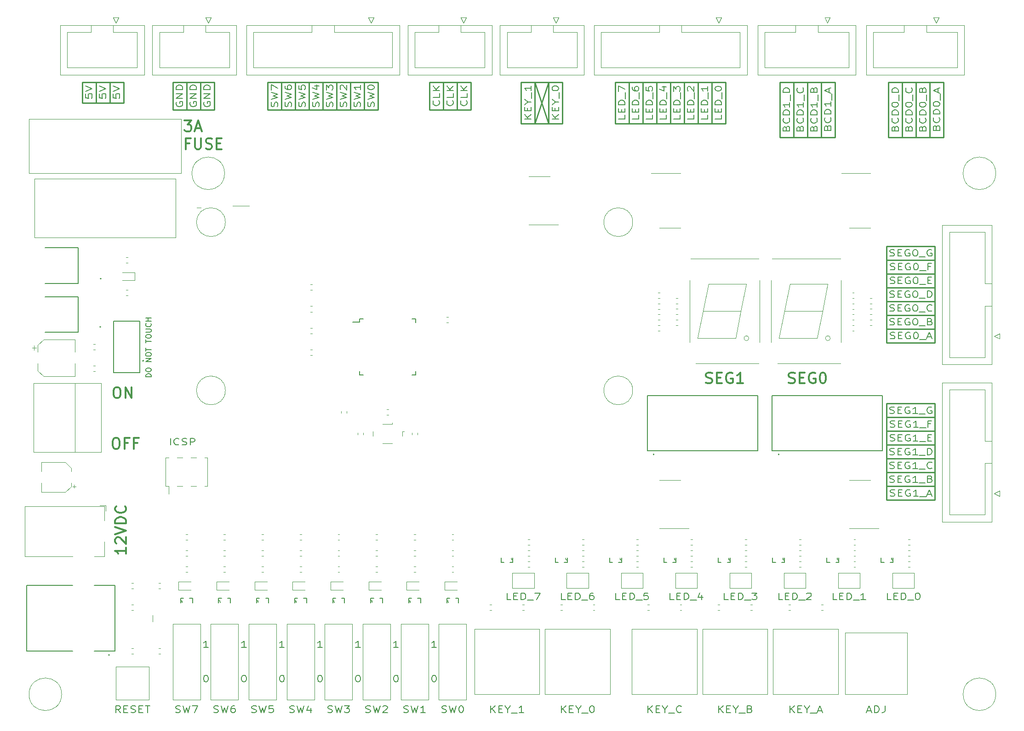
<source format=gbr>
G04 #@! TF.GenerationSoftware,KiCad,Pcbnew,(5.1.8)-1*
G04 #@! TF.CreationDate,2021-01-23T12:46:17+07:00*
G04 #@! TF.ProjectId,digitalSystemBoard,64696769-7461-46c5-9379-7374656d426f,rev?*
G04 #@! TF.SameCoordinates,PX2faf080PY9896800*
G04 #@! TF.FileFunction,Legend,Top*
G04 #@! TF.FilePolarity,Positive*
%FSLAX46Y46*%
G04 Gerber Fmt 4.6, Leading zero omitted, Abs format (unit mm)*
G04 Created by KiCad (PCBNEW (5.1.8)-1) date 2021-01-23 12:46:17*
%MOMM*%
%LPD*%
G01*
G04 APERTURE LIST*
%ADD10C,0.120000*%
%ADD11C,0.200000*%
%ADD12C,0.300000*%
%ADD13C,0.150000*%
%ADD14C,0.250000*%
%ADD15C,0.152400*%
%ADD16C,0.127000*%
G04 APERTURE END LIST*
D10*
X23800000Y18600000D02*
X23800000Y17400000D01*
D11*
X75494571Y7495143D02*
X75637428Y7495143D01*
X75780285Y7438000D01*
X75851714Y7380858D01*
X75923142Y7266572D01*
X75994571Y7038000D01*
X75994571Y6752286D01*
X75923142Y6523715D01*
X75851714Y6409429D01*
X75780285Y6352286D01*
X75637428Y6295143D01*
X75494571Y6295143D01*
X75351714Y6352286D01*
X75280285Y6409429D01*
X75208857Y6523715D01*
X75137428Y6752286D01*
X75137428Y7038000D01*
X75208857Y7266572D01*
X75280285Y7380858D01*
X75351714Y7438000D01*
X75494571Y7495143D01*
X68494571Y7495143D02*
X68637428Y7495143D01*
X68780285Y7438000D01*
X68851714Y7380858D01*
X68923142Y7266572D01*
X68994571Y7038000D01*
X68994571Y6752286D01*
X68923142Y6523715D01*
X68851714Y6409429D01*
X68780285Y6352286D01*
X68637428Y6295143D01*
X68494571Y6295143D01*
X68351714Y6352286D01*
X68280285Y6409429D01*
X68208857Y6523715D01*
X68137428Y6752286D01*
X68137428Y7038000D01*
X68208857Y7266572D01*
X68280285Y7380858D01*
X68351714Y7438000D01*
X68494571Y7495143D01*
X61494571Y7495143D02*
X61637428Y7495143D01*
X61780285Y7438000D01*
X61851714Y7380858D01*
X61923142Y7266572D01*
X61994571Y7038000D01*
X61994571Y6752286D01*
X61923142Y6523715D01*
X61851714Y6409429D01*
X61780285Y6352286D01*
X61637428Y6295143D01*
X61494571Y6295143D01*
X61351714Y6352286D01*
X61280285Y6409429D01*
X61208857Y6523715D01*
X61137428Y6752286D01*
X61137428Y7038000D01*
X61208857Y7266572D01*
X61280285Y7380858D01*
X61351714Y7438000D01*
X61494571Y7495143D01*
X54494571Y7495143D02*
X54637428Y7495143D01*
X54780285Y7438000D01*
X54851714Y7380858D01*
X54923142Y7266572D01*
X54994571Y7038000D01*
X54994571Y6752286D01*
X54923142Y6523715D01*
X54851714Y6409429D01*
X54780285Y6352286D01*
X54637428Y6295143D01*
X54494571Y6295143D01*
X54351714Y6352286D01*
X54280285Y6409429D01*
X54208857Y6523715D01*
X54137428Y6752286D01*
X54137428Y7038000D01*
X54208857Y7266572D01*
X54280285Y7380858D01*
X54351714Y7438000D01*
X54494571Y7495143D01*
X47494571Y7495143D02*
X47637428Y7495143D01*
X47780285Y7438000D01*
X47851714Y7380858D01*
X47923142Y7266572D01*
X47994571Y7038000D01*
X47994571Y6752286D01*
X47923142Y6523715D01*
X47851714Y6409429D01*
X47780285Y6352286D01*
X47637428Y6295143D01*
X47494571Y6295143D01*
X47351714Y6352286D01*
X47280285Y6409429D01*
X47208857Y6523715D01*
X47137428Y6752286D01*
X47137428Y7038000D01*
X47208857Y7266572D01*
X47280285Y7380858D01*
X47351714Y7438000D01*
X47494571Y7495143D01*
X40494571Y7495143D02*
X40637428Y7495143D01*
X40780285Y7438000D01*
X40851714Y7380858D01*
X40923142Y7266572D01*
X40994571Y7038000D01*
X40994571Y6752286D01*
X40923142Y6523715D01*
X40851714Y6409429D01*
X40780285Y6352286D01*
X40637428Y6295143D01*
X40494571Y6295143D01*
X40351714Y6352286D01*
X40280285Y6409429D01*
X40208857Y6523715D01*
X40137428Y6752286D01*
X40137428Y7038000D01*
X40208857Y7266572D01*
X40280285Y7380858D01*
X40351714Y7438000D01*
X40494571Y7495143D01*
X75994571Y12645143D02*
X75137428Y12645143D01*
X75566000Y12645143D02*
X75566000Y13845143D01*
X75423142Y13673715D01*
X75280285Y13559429D01*
X75137428Y13502286D01*
X68994571Y12645143D02*
X68137428Y12645143D01*
X68566000Y12645143D02*
X68566000Y13845143D01*
X68423142Y13673715D01*
X68280285Y13559429D01*
X68137428Y13502286D01*
X61994571Y12645143D02*
X61137428Y12645143D01*
X61566000Y12645143D02*
X61566000Y13845143D01*
X61423142Y13673715D01*
X61280285Y13559429D01*
X61137428Y13502286D01*
X54994571Y12645143D02*
X54137428Y12645143D01*
X54566000Y12645143D02*
X54566000Y13845143D01*
X54423142Y13673715D01*
X54280285Y13559429D01*
X54137428Y13502286D01*
X47994571Y12645143D02*
X47137428Y12645143D01*
X47566000Y12645143D02*
X47566000Y13845143D01*
X47423142Y13673715D01*
X47280285Y13559429D01*
X47137428Y13502286D01*
X40994571Y12645143D02*
X40137428Y12645143D01*
X40566000Y12645143D02*
X40566000Y13845143D01*
X40423142Y13673715D01*
X40280285Y13559429D01*
X40137428Y13502286D01*
X33494571Y7495143D02*
X33637428Y7495143D01*
X33780285Y7438000D01*
X33851714Y7380858D01*
X33923142Y7266572D01*
X33994571Y7038000D01*
X33994571Y6752286D01*
X33923142Y6523715D01*
X33851714Y6409429D01*
X33780285Y6352286D01*
X33637428Y6295143D01*
X33494571Y6295143D01*
X33351714Y6352286D01*
X33280285Y6409429D01*
X33208857Y6523715D01*
X33137428Y6752286D01*
X33137428Y7038000D01*
X33208857Y7266572D01*
X33280285Y7380858D01*
X33351714Y7438000D01*
X33494571Y7495143D01*
X33994571Y12645143D02*
X33137428Y12645143D01*
X33566000Y12645143D02*
X33566000Y13845143D01*
X33423142Y13673715D01*
X33280285Y13559429D01*
X33137428Y13502286D01*
D12*
X29640714Y109755239D02*
X30878809Y109755239D01*
X30212142Y108993334D01*
X30497857Y108993334D01*
X30688333Y108898096D01*
X30783571Y108802858D01*
X30878809Y108612381D01*
X30878809Y108136191D01*
X30783571Y107945715D01*
X30688333Y107850477D01*
X30497857Y107755239D01*
X29926428Y107755239D01*
X29735952Y107850477D01*
X29640714Y107945715D01*
X31640714Y108326667D02*
X32593095Y108326667D01*
X31450238Y107755239D02*
X32116904Y109755239D01*
X32783571Y107755239D01*
X30497857Y105502858D02*
X29831190Y105502858D01*
X29831190Y104455239D02*
X29831190Y106455239D01*
X30783571Y106455239D01*
X31545476Y106455239D02*
X31545476Y104836191D01*
X31640714Y104645715D01*
X31735952Y104550477D01*
X31926428Y104455239D01*
X32307380Y104455239D01*
X32497857Y104550477D01*
X32593095Y104645715D01*
X32688333Y104836191D01*
X32688333Y106455239D01*
X33545476Y104550477D02*
X33831190Y104455239D01*
X34307380Y104455239D01*
X34497857Y104550477D01*
X34593095Y104645715D01*
X34688333Y104836191D01*
X34688333Y105026667D01*
X34593095Y105217143D01*
X34497857Y105312381D01*
X34307380Y105407620D01*
X33926428Y105502858D01*
X33735952Y105598096D01*
X33640714Y105693334D01*
X33545476Y105883810D01*
X33545476Y106074286D01*
X33640714Y106264762D01*
X33735952Y106360000D01*
X33926428Y106455239D01*
X34402619Y106455239D01*
X34688333Y106360000D01*
X35545476Y105502858D02*
X36212142Y105502858D01*
X36497857Y104455239D02*
X35545476Y104455239D01*
X35545476Y106455239D01*
X36497857Y106455239D01*
D13*
X23477380Y62496429D02*
X22477380Y62496429D01*
X22477380Y62734524D01*
X22525000Y62877381D01*
X22620238Y62972620D01*
X22715476Y63020239D01*
X22905952Y63067858D01*
X23048809Y63067858D01*
X23239285Y63020239D01*
X23334523Y62972620D01*
X23429761Y62877381D01*
X23477380Y62734524D01*
X23477380Y62496429D01*
X22477380Y63686905D02*
X22477380Y63877381D01*
X22525000Y63972620D01*
X22620238Y64067858D01*
X22810714Y64115477D01*
X23144047Y64115477D01*
X23334523Y64067858D01*
X23429761Y63972620D01*
X23477380Y63877381D01*
X23477380Y63686905D01*
X23429761Y63591667D01*
X23334523Y63496429D01*
X23144047Y63448810D01*
X22810714Y63448810D01*
X22620238Y63496429D01*
X22525000Y63591667D01*
X22477380Y63686905D01*
X23477380Y65305953D02*
X22477380Y65305953D01*
X23477380Y65877381D01*
X22477380Y65877381D01*
X22477380Y66544048D02*
X22477380Y66734524D01*
X22525000Y66829762D01*
X22620238Y66925000D01*
X22810714Y66972620D01*
X23144047Y66972620D01*
X23334523Y66925000D01*
X23429761Y66829762D01*
X23477380Y66734524D01*
X23477380Y66544048D01*
X23429761Y66448810D01*
X23334523Y66353572D01*
X23144047Y66305953D01*
X22810714Y66305953D01*
X22620238Y66353572D01*
X22525000Y66448810D01*
X22477380Y66544048D01*
X22477380Y67258334D02*
X22477380Y67829762D01*
X23477380Y67544048D02*
X22477380Y67544048D01*
X22477380Y68782143D02*
X22477380Y69353572D01*
X23477380Y69067858D02*
X22477380Y69067858D01*
X22477380Y69877381D02*
X22477380Y70067858D01*
X22525000Y70163096D01*
X22620238Y70258334D01*
X22810714Y70305953D01*
X23144047Y70305953D01*
X23334523Y70258334D01*
X23429761Y70163096D01*
X23477380Y70067858D01*
X23477380Y69877381D01*
X23429761Y69782143D01*
X23334523Y69686905D01*
X23144047Y69639286D01*
X22810714Y69639286D01*
X22620238Y69686905D01*
X22525000Y69782143D01*
X22477380Y69877381D01*
X22477380Y70734524D02*
X23286904Y70734524D01*
X23382142Y70782143D01*
X23429761Y70829762D01*
X23477380Y70925000D01*
X23477380Y71115477D01*
X23429761Y71210715D01*
X23382142Y71258334D01*
X23286904Y71305953D01*
X22477380Y71305953D01*
X23382142Y72353572D02*
X23429761Y72305953D01*
X23477380Y72163096D01*
X23477380Y72067858D01*
X23429761Y71925000D01*
X23334523Y71829762D01*
X23239285Y71782143D01*
X23048809Y71734524D01*
X22905952Y71734524D01*
X22715476Y71782143D01*
X22620238Y71829762D01*
X22525000Y71925000D01*
X22477380Y72067858D01*
X22477380Y72163096D01*
X22525000Y72305953D01*
X22572619Y72353572D01*
X23477380Y72782143D02*
X22477380Y72782143D01*
X22953571Y72782143D02*
X22953571Y73353572D01*
X23477380Y73353572D02*
X22477380Y73353572D01*
D12*
X17011904Y60595239D02*
X17392857Y60595239D01*
X17583333Y60500000D01*
X17773809Y60309524D01*
X17869047Y59928572D01*
X17869047Y59261905D01*
X17773809Y58880953D01*
X17583333Y58690477D01*
X17392857Y58595239D01*
X17011904Y58595239D01*
X16821428Y58690477D01*
X16630952Y58880953D01*
X16535714Y59261905D01*
X16535714Y59928572D01*
X16630952Y60309524D01*
X16821428Y60500000D01*
X17011904Y60595239D01*
X18726190Y58595239D02*
X18726190Y60595239D01*
X19869047Y58595239D01*
X19869047Y60595239D01*
X16845238Y51240239D02*
X17226190Y51240239D01*
X17416666Y51145000D01*
X17607142Y50954524D01*
X17702380Y50573572D01*
X17702380Y49906905D01*
X17607142Y49525953D01*
X17416666Y49335477D01*
X17226190Y49240239D01*
X16845238Y49240239D01*
X16654761Y49335477D01*
X16464285Y49525953D01*
X16369047Y49906905D01*
X16369047Y50573572D01*
X16464285Y50954524D01*
X16654761Y51145000D01*
X16845238Y51240239D01*
X19226190Y50287858D02*
X18559523Y50287858D01*
X18559523Y49240239D02*
X18559523Y51240239D01*
X19511904Y51240239D01*
X20940476Y50287858D02*
X20273809Y50287858D01*
X20273809Y49240239D02*
X20273809Y51240239D01*
X21226190Y51240239D01*
D11*
X27035714Y49957143D02*
X27035714Y51157143D01*
X28607142Y50071429D02*
X28535714Y50014286D01*
X28321428Y49957143D01*
X28178571Y49957143D01*
X27964285Y50014286D01*
X27821428Y50128572D01*
X27750000Y50242858D01*
X27678571Y50471429D01*
X27678571Y50642858D01*
X27750000Y50871429D01*
X27821428Y50985715D01*
X27964285Y51100000D01*
X28178571Y51157143D01*
X28321428Y51157143D01*
X28535714Y51100000D01*
X28607142Y51042858D01*
X29178571Y50014286D02*
X29392857Y49957143D01*
X29750000Y49957143D01*
X29892857Y50014286D01*
X29964285Y50071429D01*
X30035714Y50185715D01*
X30035714Y50300000D01*
X29964285Y50414286D01*
X29892857Y50471429D01*
X29750000Y50528572D01*
X29464285Y50585715D01*
X29321428Y50642858D01*
X29250000Y50700000D01*
X29178571Y50814286D01*
X29178571Y50928572D01*
X29250000Y51042858D01*
X29321428Y51100000D01*
X29464285Y51157143D01*
X29821428Y51157143D01*
X30035714Y51100000D01*
X30678571Y49957143D02*
X30678571Y51157143D01*
X31250000Y51157143D01*
X31392857Y51100000D01*
X31464285Y51042858D01*
X31535714Y50928572D01*
X31535714Y50757143D01*
X31464285Y50642858D01*
X31392857Y50585715D01*
X31250000Y50528572D01*
X30678571Y50528572D01*
D12*
X18849761Y31031905D02*
X18849761Y29889048D01*
X18849761Y30460477D02*
X16849761Y30460477D01*
X17135476Y30270000D01*
X17325952Y30079524D01*
X17421190Y29889048D01*
X17040238Y31793810D02*
X16945000Y31889048D01*
X16849761Y32079524D01*
X16849761Y32555715D01*
X16945000Y32746191D01*
X17040238Y32841429D01*
X17230714Y32936667D01*
X17421190Y32936667D01*
X17706904Y32841429D01*
X18849761Y31698572D01*
X18849761Y32936667D01*
X16849761Y33508096D02*
X18849761Y34174762D01*
X16849761Y34841429D01*
X18849761Y35508096D02*
X16849761Y35508096D01*
X16849761Y35984286D01*
X16945000Y36270000D01*
X17135476Y36460477D01*
X17325952Y36555715D01*
X17706904Y36650953D01*
X17992619Y36650953D01*
X18373571Y36555715D01*
X18564047Y36460477D01*
X18754523Y36270000D01*
X18849761Y35984286D01*
X18849761Y35508096D01*
X18659285Y38650953D02*
X18754523Y38555715D01*
X18849761Y38270000D01*
X18849761Y38079524D01*
X18754523Y37793810D01*
X18564047Y37603334D01*
X18373571Y37508096D01*
X17992619Y37412858D01*
X17706904Y37412858D01*
X17325952Y37508096D01*
X17135476Y37603334D01*
X16945000Y37793810D01*
X16849761Y38079524D01*
X16849761Y38270000D01*
X16945000Y38555715D01*
X17040238Y38650953D01*
D14*
X167805000Y73875000D02*
X167805000Y76415000D01*
X158915000Y78955000D02*
X167805000Y78955000D01*
X158915000Y71335000D02*
X158915000Y68795000D01*
X167805000Y71335000D02*
X167805000Y73875000D01*
X158915000Y76415000D02*
X158915000Y73875000D01*
X158915000Y81495000D02*
X158915000Y78955000D01*
X167805000Y78955000D02*
X167805000Y81495000D01*
X167805000Y81495000D02*
X167805000Y84035000D01*
X158915000Y76415000D02*
X167805000Y76415000D01*
X158915000Y81495000D02*
X167805000Y81495000D01*
X158915000Y71335000D02*
X167805000Y71335000D01*
X158915000Y78955000D02*
X158915000Y76415000D01*
X167805000Y68795000D02*
X167805000Y71335000D01*
X158915000Y84035000D02*
X167805000Y84035000D01*
X158915000Y73875000D02*
X158915000Y71335000D01*
X158915000Y73875000D02*
X167805000Y73875000D01*
X158915000Y84035000D02*
X158915000Y81495000D01*
X167805000Y76415000D02*
X167805000Y78955000D01*
X158915000Y68795000D02*
X167805000Y68795000D01*
D11*
X159467142Y72119286D02*
X159681428Y72062143D01*
X160038571Y72062143D01*
X160181428Y72119286D01*
X160252857Y72176429D01*
X160324285Y72290715D01*
X160324285Y72405000D01*
X160252857Y72519286D01*
X160181428Y72576429D01*
X160038571Y72633572D01*
X159752857Y72690715D01*
X159610000Y72747858D01*
X159538571Y72805000D01*
X159467142Y72919286D01*
X159467142Y73033572D01*
X159538571Y73147858D01*
X159610000Y73205000D01*
X159752857Y73262143D01*
X160110000Y73262143D01*
X160324285Y73205000D01*
X160967142Y72690715D02*
X161467142Y72690715D01*
X161681428Y72062143D02*
X160967142Y72062143D01*
X160967142Y73262143D01*
X161681428Y73262143D01*
X163110000Y73205000D02*
X162967142Y73262143D01*
X162752857Y73262143D01*
X162538571Y73205000D01*
X162395714Y73090715D01*
X162324285Y72976429D01*
X162252857Y72747858D01*
X162252857Y72576429D01*
X162324285Y72347858D01*
X162395714Y72233572D01*
X162538571Y72119286D01*
X162752857Y72062143D01*
X162895714Y72062143D01*
X163110000Y72119286D01*
X163181428Y72176429D01*
X163181428Y72576429D01*
X162895714Y72576429D01*
X164110000Y73262143D02*
X164252857Y73262143D01*
X164395714Y73205000D01*
X164467142Y73147858D01*
X164538571Y73033572D01*
X164610000Y72805000D01*
X164610000Y72519286D01*
X164538571Y72290715D01*
X164467142Y72176429D01*
X164395714Y72119286D01*
X164252857Y72062143D01*
X164110000Y72062143D01*
X163967142Y72119286D01*
X163895714Y72176429D01*
X163824285Y72290715D01*
X163752857Y72519286D01*
X163752857Y72805000D01*
X163824285Y73033572D01*
X163895714Y73147858D01*
X163967142Y73205000D01*
X164110000Y73262143D01*
X164895714Y71947858D02*
X166038571Y71947858D01*
X166895714Y72690715D02*
X167110000Y72633572D01*
X167181428Y72576429D01*
X167252857Y72462143D01*
X167252857Y72290715D01*
X167181428Y72176429D01*
X167110000Y72119286D01*
X166967142Y72062143D01*
X166395714Y72062143D01*
X166395714Y73262143D01*
X166895714Y73262143D01*
X167038571Y73205000D01*
X167110000Y73147858D01*
X167181428Y73033572D01*
X167181428Y72919286D01*
X167110000Y72805000D01*
X167038571Y72747858D01*
X166895714Y72690715D01*
X166395714Y72690715D01*
X159574285Y69579286D02*
X159788571Y69522143D01*
X160145714Y69522143D01*
X160288571Y69579286D01*
X160360000Y69636429D01*
X160431428Y69750715D01*
X160431428Y69865000D01*
X160360000Y69979286D01*
X160288571Y70036429D01*
X160145714Y70093572D01*
X159860000Y70150715D01*
X159717142Y70207858D01*
X159645714Y70265000D01*
X159574285Y70379286D01*
X159574285Y70493572D01*
X159645714Y70607858D01*
X159717142Y70665000D01*
X159860000Y70722143D01*
X160217142Y70722143D01*
X160431428Y70665000D01*
X161074285Y70150715D02*
X161574285Y70150715D01*
X161788571Y69522143D02*
X161074285Y69522143D01*
X161074285Y70722143D01*
X161788571Y70722143D01*
X163217142Y70665000D02*
X163074285Y70722143D01*
X162860000Y70722143D01*
X162645714Y70665000D01*
X162502857Y70550715D01*
X162431428Y70436429D01*
X162360000Y70207858D01*
X162360000Y70036429D01*
X162431428Y69807858D01*
X162502857Y69693572D01*
X162645714Y69579286D01*
X162860000Y69522143D01*
X163002857Y69522143D01*
X163217142Y69579286D01*
X163288571Y69636429D01*
X163288571Y70036429D01*
X163002857Y70036429D01*
X164217142Y70722143D02*
X164360000Y70722143D01*
X164502857Y70665000D01*
X164574285Y70607858D01*
X164645714Y70493572D01*
X164717142Y70265000D01*
X164717142Y69979286D01*
X164645714Y69750715D01*
X164574285Y69636429D01*
X164502857Y69579286D01*
X164360000Y69522143D01*
X164217142Y69522143D01*
X164074285Y69579286D01*
X164002857Y69636429D01*
X163931428Y69750715D01*
X163860000Y69979286D01*
X163860000Y70265000D01*
X163931428Y70493572D01*
X164002857Y70607858D01*
X164074285Y70665000D01*
X164217142Y70722143D01*
X165002857Y69407858D02*
X166145714Y69407858D01*
X166431428Y69865000D02*
X167145714Y69865000D01*
X166288571Y69522143D02*
X166788571Y70722143D01*
X167288571Y69522143D01*
X159467142Y77199286D02*
X159681428Y77142143D01*
X160038571Y77142143D01*
X160181428Y77199286D01*
X160252857Y77256429D01*
X160324285Y77370715D01*
X160324285Y77485000D01*
X160252857Y77599286D01*
X160181428Y77656429D01*
X160038571Y77713572D01*
X159752857Y77770715D01*
X159610000Y77827858D01*
X159538571Y77885000D01*
X159467142Y77999286D01*
X159467142Y78113572D01*
X159538571Y78227858D01*
X159610000Y78285000D01*
X159752857Y78342143D01*
X160110000Y78342143D01*
X160324285Y78285000D01*
X160967142Y77770715D02*
X161467142Y77770715D01*
X161681428Y77142143D02*
X160967142Y77142143D01*
X160967142Y78342143D01*
X161681428Y78342143D01*
X163110000Y78285000D02*
X162967142Y78342143D01*
X162752857Y78342143D01*
X162538571Y78285000D01*
X162395714Y78170715D01*
X162324285Y78056429D01*
X162252857Y77827858D01*
X162252857Y77656429D01*
X162324285Y77427858D01*
X162395714Y77313572D01*
X162538571Y77199286D01*
X162752857Y77142143D01*
X162895714Y77142143D01*
X163110000Y77199286D01*
X163181428Y77256429D01*
X163181428Y77656429D01*
X162895714Y77656429D01*
X164110000Y78342143D02*
X164252857Y78342143D01*
X164395714Y78285000D01*
X164467142Y78227858D01*
X164538571Y78113572D01*
X164610000Y77885000D01*
X164610000Y77599286D01*
X164538571Y77370715D01*
X164467142Y77256429D01*
X164395714Y77199286D01*
X164252857Y77142143D01*
X164110000Y77142143D01*
X163967142Y77199286D01*
X163895714Y77256429D01*
X163824285Y77370715D01*
X163752857Y77599286D01*
X163752857Y77885000D01*
X163824285Y78113572D01*
X163895714Y78227858D01*
X163967142Y78285000D01*
X164110000Y78342143D01*
X164895714Y77027858D02*
X166038571Y77027858D01*
X166395714Y77142143D02*
X166395714Y78342143D01*
X166752857Y78342143D01*
X166967142Y78285000D01*
X167110000Y78170715D01*
X167181428Y78056429D01*
X167252857Y77827858D01*
X167252857Y77656429D01*
X167181428Y77427858D01*
X167110000Y77313572D01*
X166967142Y77199286D01*
X166752857Y77142143D01*
X166395714Y77142143D01*
X159574285Y82279286D02*
X159788571Y82222143D01*
X160145714Y82222143D01*
X160288571Y82279286D01*
X160360000Y82336429D01*
X160431428Y82450715D01*
X160431428Y82565000D01*
X160360000Y82679286D01*
X160288571Y82736429D01*
X160145714Y82793572D01*
X159860000Y82850715D01*
X159717142Y82907858D01*
X159645714Y82965000D01*
X159574285Y83079286D01*
X159574285Y83193572D01*
X159645714Y83307858D01*
X159717142Y83365000D01*
X159860000Y83422143D01*
X160217142Y83422143D01*
X160431428Y83365000D01*
X161074285Y82850715D02*
X161574285Y82850715D01*
X161788571Y82222143D02*
X161074285Y82222143D01*
X161074285Y83422143D01*
X161788571Y83422143D01*
X163217142Y83365000D02*
X163074285Y83422143D01*
X162860000Y83422143D01*
X162645714Y83365000D01*
X162502857Y83250715D01*
X162431428Y83136429D01*
X162360000Y82907858D01*
X162360000Y82736429D01*
X162431428Y82507858D01*
X162502857Y82393572D01*
X162645714Y82279286D01*
X162860000Y82222143D01*
X163002857Y82222143D01*
X163217142Y82279286D01*
X163288571Y82336429D01*
X163288571Y82736429D01*
X163002857Y82736429D01*
X164217142Y83422143D02*
X164360000Y83422143D01*
X164502857Y83365000D01*
X164574285Y83307858D01*
X164645714Y83193572D01*
X164717142Y82965000D01*
X164717142Y82679286D01*
X164645714Y82450715D01*
X164574285Y82336429D01*
X164502857Y82279286D01*
X164360000Y82222143D01*
X164217142Y82222143D01*
X164074285Y82279286D01*
X164002857Y82336429D01*
X163931428Y82450715D01*
X163860000Y82679286D01*
X163860000Y82965000D01*
X163931428Y83193572D01*
X164002857Y83307858D01*
X164074285Y83365000D01*
X164217142Y83422143D01*
X165002857Y82107858D02*
X166145714Y82107858D01*
X167002857Y82850715D02*
X166502857Y82850715D01*
X166502857Y82222143D02*
X166502857Y83422143D01*
X167217142Y83422143D01*
X159538571Y79739286D02*
X159752857Y79682143D01*
X160110000Y79682143D01*
X160252857Y79739286D01*
X160324285Y79796429D01*
X160395714Y79910715D01*
X160395714Y80025000D01*
X160324285Y80139286D01*
X160252857Y80196429D01*
X160110000Y80253572D01*
X159824285Y80310715D01*
X159681428Y80367858D01*
X159610000Y80425000D01*
X159538571Y80539286D01*
X159538571Y80653572D01*
X159610000Y80767858D01*
X159681428Y80825000D01*
X159824285Y80882143D01*
X160181428Y80882143D01*
X160395714Y80825000D01*
X161038571Y80310715D02*
X161538571Y80310715D01*
X161752857Y79682143D02*
X161038571Y79682143D01*
X161038571Y80882143D01*
X161752857Y80882143D01*
X163181428Y80825000D02*
X163038571Y80882143D01*
X162824285Y80882143D01*
X162610000Y80825000D01*
X162467142Y80710715D01*
X162395714Y80596429D01*
X162324285Y80367858D01*
X162324285Y80196429D01*
X162395714Y79967858D01*
X162467142Y79853572D01*
X162610000Y79739286D01*
X162824285Y79682143D01*
X162967142Y79682143D01*
X163181428Y79739286D01*
X163252857Y79796429D01*
X163252857Y80196429D01*
X162967142Y80196429D01*
X164181428Y80882143D02*
X164324285Y80882143D01*
X164467142Y80825000D01*
X164538571Y80767858D01*
X164610000Y80653572D01*
X164681428Y80425000D01*
X164681428Y80139286D01*
X164610000Y79910715D01*
X164538571Y79796429D01*
X164467142Y79739286D01*
X164324285Y79682143D01*
X164181428Y79682143D01*
X164038571Y79739286D01*
X163967142Y79796429D01*
X163895714Y79910715D01*
X163824285Y80139286D01*
X163824285Y80425000D01*
X163895714Y80653572D01*
X163967142Y80767858D01*
X164038571Y80825000D01*
X164181428Y80882143D01*
X164967142Y79567858D02*
X166110000Y79567858D01*
X166467142Y80310715D02*
X166967142Y80310715D01*
X167181428Y79682143D02*
X166467142Y79682143D01*
X166467142Y80882143D01*
X167181428Y80882143D01*
X159467142Y84819286D02*
X159681428Y84762143D01*
X160038571Y84762143D01*
X160181428Y84819286D01*
X160252857Y84876429D01*
X160324285Y84990715D01*
X160324285Y85105000D01*
X160252857Y85219286D01*
X160181428Y85276429D01*
X160038571Y85333572D01*
X159752857Y85390715D01*
X159610000Y85447858D01*
X159538571Y85505000D01*
X159467142Y85619286D01*
X159467142Y85733572D01*
X159538571Y85847858D01*
X159610000Y85905000D01*
X159752857Y85962143D01*
X160110000Y85962143D01*
X160324285Y85905000D01*
X160967142Y85390715D02*
X161467142Y85390715D01*
X161681428Y84762143D02*
X160967142Y84762143D01*
X160967142Y85962143D01*
X161681428Y85962143D01*
X163110000Y85905000D02*
X162967142Y85962143D01*
X162752857Y85962143D01*
X162538571Y85905000D01*
X162395714Y85790715D01*
X162324285Y85676429D01*
X162252857Y85447858D01*
X162252857Y85276429D01*
X162324285Y85047858D01*
X162395714Y84933572D01*
X162538571Y84819286D01*
X162752857Y84762143D01*
X162895714Y84762143D01*
X163110000Y84819286D01*
X163181428Y84876429D01*
X163181428Y85276429D01*
X162895714Y85276429D01*
X164110000Y85962143D02*
X164252857Y85962143D01*
X164395714Y85905000D01*
X164467142Y85847858D01*
X164538571Y85733572D01*
X164610000Y85505000D01*
X164610000Y85219286D01*
X164538571Y84990715D01*
X164467142Y84876429D01*
X164395714Y84819286D01*
X164252857Y84762143D01*
X164110000Y84762143D01*
X163967142Y84819286D01*
X163895714Y84876429D01*
X163824285Y84990715D01*
X163752857Y85219286D01*
X163752857Y85505000D01*
X163824285Y85733572D01*
X163895714Y85847858D01*
X163967142Y85905000D01*
X164110000Y85962143D01*
X164895714Y84647858D02*
X166038571Y84647858D01*
X167181428Y85905000D02*
X167038571Y85962143D01*
X166824285Y85962143D01*
X166610000Y85905000D01*
X166467142Y85790715D01*
X166395714Y85676429D01*
X166324285Y85447858D01*
X166324285Y85276429D01*
X166395714Y85047858D01*
X166467142Y84933572D01*
X166610000Y84819286D01*
X166824285Y84762143D01*
X166967142Y84762143D01*
X167181428Y84819286D01*
X167252857Y84876429D01*
X167252857Y85276429D01*
X166967142Y85276429D01*
X159467142Y74659286D02*
X159681428Y74602143D01*
X160038571Y74602143D01*
X160181428Y74659286D01*
X160252857Y74716429D01*
X160324285Y74830715D01*
X160324285Y74945000D01*
X160252857Y75059286D01*
X160181428Y75116429D01*
X160038571Y75173572D01*
X159752857Y75230715D01*
X159610000Y75287858D01*
X159538571Y75345000D01*
X159467142Y75459286D01*
X159467142Y75573572D01*
X159538571Y75687858D01*
X159610000Y75745000D01*
X159752857Y75802143D01*
X160110000Y75802143D01*
X160324285Y75745000D01*
X160967142Y75230715D02*
X161467142Y75230715D01*
X161681428Y74602143D02*
X160967142Y74602143D01*
X160967142Y75802143D01*
X161681428Y75802143D01*
X163110000Y75745000D02*
X162967142Y75802143D01*
X162752857Y75802143D01*
X162538571Y75745000D01*
X162395714Y75630715D01*
X162324285Y75516429D01*
X162252857Y75287858D01*
X162252857Y75116429D01*
X162324285Y74887858D01*
X162395714Y74773572D01*
X162538571Y74659286D01*
X162752857Y74602143D01*
X162895714Y74602143D01*
X163110000Y74659286D01*
X163181428Y74716429D01*
X163181428Y75116429D01*
X162895714Y75116429D01*
X164110000Y75802143D02*
X164252857Y75802143D01*
X164395714Y75745000D01*
X164467142Y75687858D01*
X164538571Y75573572D01*
X164610000Y75345000D01*
X164610000Y75059286D01*
X164538571Y74830715D01*
X164467142Y74716429D01*
X164395714Y74659286D01*
X164252857Y74602143D01*
X164110000Y74602143D01*
X163967142Y74659286D01*
X163895714Y74716429D01*
X163824285Y74830715D01*
X163752857Y75059286D01*
X163752857Y75345000D01*
X163824285Y75573572D01*
X163895714Y75687858D01*
X163967142Y75745000D01*
X164110000Y75802143D01*
X164895714Y74487858D02*
X166038571Y74487858D01*
X167252857Y74716429D02*
X167181428Y74659286D01*
X166967142Y74602143D01*
X166824285Y74602143D01*
X166610000Y74659286D01*
X166467142Y74773572D01*
X166395714Y74887858D01*
X166324285Y75116429D01*
X166324285Y75287858D01*
X166395714Y75516429D01*
X166467142Y75630715D01*
X166610000Y75745000D01*
X166824285Y75802143D01*
X166967142Y75802143D01*
X167181428Y75745000D01*
X167252857Y75687858D01*
D14*
X158915000Y86575000D02*
X158915000Y84035000D01*
X167805000Y84035000D02*
X167805000Y86575000D01*
X158915000Y86575000D02*
X167805000Y86575000D01*
X158915000Y39785000D02*
X167805000Y39785000D01*
D11*
X159574285Y40569286D02*
X159788571Y40512143D01*
X160145714Y40512143D01*
X160288571Y40569286D01*
X160360000Y40626429D01*
X160431428Y40740715D01*
X160431428Y40855000D01*
X160360000Y40969286D01*
X160288571Y41026429D01*
X160145714Y41083572D01*
X159860000Y41140715D01*
X159717142Y41197858D01*
X159645714Y41255000D01*
X159574285Y41369286D01*
X159574285Y41483572D01*
X159645714Y41597858D01*
X159717142Y41655000D01*
X159860000Y41712143D01*
X160217142Y41712143D01*
X160431428Y41655000D01*
X161074285Y41140715D02*
X161574285Y41140715D01*
X161788571Y40512143D02*
X161074285Y40512143D01*
X161074285Y41712143D01*
X161788571Y41712143D01*
X163217142Y41655000D02*
X163074285Y41712143D01*
X162860000Y41712143D01*
X162645714Y41655000D01*
X162502857Y41540715D01*
X162431428Y41426429D01*
X162360000Y41197858D01*
X162360000Y41026429D01*
X162431428Y40797858D01*
X162502857Y40683572D01*
X162645714Y40569286D01*
X162860000Y40512143D01*
X163002857Y40512143D01*
X163217142Y40569286D01*
X163288571Y40626429D01*
X163288571Y41026429D01*
X163002857Y41026429D01*
X164717142Y40512143D02*
X163860000Y40512143D01*
X164288571Y40512143D02*
X164288571Y41712143D01*
X164145714Y41540715D01*
X164002857Y41426429D01*
X163860000Y41369286D01*
X165002857Y40397858D02*
X166145714Y40397858D01*
X166431428Y40855000D02*
X167145714Y40855000D01*
X166288571Y40512143D02*
X166788571Y41712143D01*
X167288571Y40512143D01*
X159467142Y43109286D02*
X159681428Y43052143D01*
X160038571Y43052143D01*
X160181428Y43109286D01*
X160252857Y43166429D01*
X160324285Y43280715D01*
X160324285Y43395000D01*
X160252857Y43509286D01*
X160181428Y43566429D01*
X160038571Y43623572D01*
X159752857Y43680715D01*
X159610000Y43737858D01*
X159538571Y43795000D01*
X159467142Y43909286D01*
X159467142Y44023572D01*
X159538571Y44137858D01*
X159610000Y44195000D01*
X159752857Y44252143D01*
X160110000Y44252143D01*
X160324285Y44195000D01*
X160967142Y43680715D02*
X161467142Y43680715D01*
X161681428Y43052143D02*
X160967142Y43052143D01*
X160967142Y44252143D01*
X161681428Y44252143D01*
X163110000Y44195000D02*
X162967142Y44252143D01*
X162752857Y44252143D01*
X162538571Y44195000D01*
X162395714Y44080715D01*
X162324285Y43966429D01*
X162252857Y43737858D01*
X162252857Y43566429D01*
X162324285Y43337858D01*
X162395714Y43223572D01*
X162538571Y43109286D01*
X162752857Y43052143D01*
X162895714Y43052143D01*
X163110000Y43109286D01*
X163181428Y43166429D01*
X163181428Y43566429D01*
X162895714Y43566429D01*
X164610000Y43052143D02*
X163752857Y43052143D01*
X164181428Y43052143D02*
X164181428Y44252143D01*
X164038571Y44080715D01*
X163895714Y43966429D01*
X163752857Y43909286D01*
X164895714Y42937858D02*
X166038571Y42937858D01*
X166895714Y43680715D02*
X167110000Y43623572D01*
X167181428Y43566429D01*
X167252857Y43452143D01*
X167252857Y43280715D01*
X167181428Y43166429D01*
X167110000Y43109286D01*
X166967142Y43052143D01*
X166395714Y43052143D01*
X166395714Y44252143D01*
X166895714Y44252143D01*
X167038571Y44195000D01*
X167110000Y44137858D01*
X167181428Y44023572D01*
X167181428Y43909286D01*
X167110000Y43795000D01*
X167038571Y43737858D01*
X166895714Y43680715D01*
X166395714Y43680715D01*
X159467142Y45649286D02*
X159681428Y45592143D01*
X160038571Y45592143D01*
X160181428Y45649286D01*
X160252857Y45706429D01*
X160324285Y45820715D01*
X160324285Y45935000D01*
X160252857Y46049286D01*
X160181428Y46106429D01*
X160038571Y46163572D01*
X159752857Y46220715D01*
X159610000Y46277858D01*
X159538571Y46335000D01*
X159467142Y46449286D01*
X159467142Y46563572D01*
X159538571Y46677858D01*
X159610000Y46735000D01*
X159752857Y46792143D01*
X160110000Y46792143D01*
X160324285Y46735000D01*
X160967142Y46220715D02*
X161467142Y46220715D01*
X161681428Y45592143D02*
X160967142Y45592143D01*
X160967142Y46792143D01*
X161681428Y46792143D01*
X163110000Y46735000D02*
X162967142Y46792143D01*
X162752857Y46792143D01*
X162538571Y46735000D01*
X162395714Y46620715D01*
X162324285Y46506429D01*
X162252857Y46277858D01*
X162252857Y46106429D01*
X162324285Y45877858D01*
X162395714Y45763572D01*
X162538571Y45649286D01*
X162752857Y45592143D01*
X162895714Y45592143D01*
X163110000Y45649286D01*
X163181428Y45706429D01*
X163181428Y46106429D01*
X162895714Y46106429D01*
X164610000Y45592143D02*
X163752857Y45592143D01*
X164181428Y45592143D02*
X164181428Y46792143D01*
X164038571Y46620715D01*
X163895714Y46506429D01*
X163752857Y46449286D01*
X164895714Y45477858D02*
X166038571Y45477858D01*
X167252857Y45706429D02*
X167181428Y45649286D01*
X166967142Y45592143D01*
X166824285Y45592143D01*
X166610000Y45649286D01*
X166467142Y45763572D01*
X166395714Y45877858D01*
X166324285Y46106429D01*
X166324285Y46277858D01*
X166395714Y46506429D01*
X166467142Y46620715D01*
X166610000Y46735000D01*
X166824285Y46792143D01*
X166967142Y46792143D01*
X167181428Y46735000D01*
X167252857Y46677858D01*
X159467142Y48189286D02*
X159681428Y48132143D01*
X160038571Y48132143D01*
X160181428Y48189286D01*
X160252857Y48246429D01*
X160324285Y48360715D01*
X160324285Y48475000D01*
X160252857Y48589286D01*
X160181428Y48646429D01*
X160038571Y48703572D01*
X159752857Y48760715D01*
X159610000Y48817858D01*
X159538571Y48875000D01*
X159467142Y48989286D01*
X159467142Y49103572D01*
X159538571Y49217858D01*
X159610000Y49275000D01*
X159752857Y49332143D01*
X160110000Y49332143D01*
X160324285Y49275000D01*
X160967142Y48760715D02*
X161467142Y48760715D01*
X161681428Y48132143D02*
X160967142Y48132143D01*
X160967142Y49332143D01*
X161681428Y49332143D01*
X163110000Y49275000D02*
X162967142Y49332143D01*
X162752857Y49332143D01*
X162538571Y49275000D01*
X162395714Y49160715D01*
X162324285Y49046429D01*
X162252857Y48817858D01*
X162252857Y48646429D01*
X162324285Y48417858D01*
X162395714Y48303572D01*
X162538571Y48189286D01*
X162752857Y48132143D01*
X162895714Y48132143D01*
X163110000Y48189286D01*
X163181428Y48246429D01*
X163181428Y48646429D01*
X162895714Y48646429D01*
X164610000Y48132143D02*
X163752857Y48132143D01*
X164181428Y48132143D02*
X164181428Y49332143D01*
X164038571Y49160715D01*
X163895714Y49046429D01*
X163752857Y48989286D01*
X164895714Y48017858D02*
X166038571Y48017858D01*
X166395714Y48132143D02*
X166395714Y49332143D01*
X166752857Y49332143D01*
X166967142Y49275000D01*
X167110000Y49160715D01*
X167181428Y49046429D01*
X167252857Y48817858D01*
X167252857Y48646429D01*
X167181428Y48417858D01*
X167110000Y48303572D01*
X166967142Y48189286D01*
X166752857Y48132143D01*
X166395714Y48132143D01*
X159538571Y50729286D02*
X159752857Y50672143D01*
X160110000Y50672143D01*
X160252857Y50729286D01*
X160324285Y50786429D01*
X160395714Y50900715D01*
X160395714Y51015000D01*
X160324285Y51129286D01*
X160252857Y51186429D01*
X160110000Y51243572D01*
X159824285Y51300715D01*
X159681428Y51357858D01*
X159610000Y51415000D01*
X159538571Y51529286D01*
X159538571Y51643572D01*
X159610000Y51757858D01*
X159681428Y51815000D01*
X159824285Y51872143D01*
X160181428Y51872143D01*
X160395714Y51815000D01*
X161038571Y51300715D02*
X161538571Y51300715D01*
X161752857Y50672143D02*
X161038571Y50672143D01*
X161038571Y51872143D01*
X161752857Y51872143D01*
X163181428Y51815000D02*
X163038571Y51872143D01*
X162824285Y51872143D01*
X162610000Y51815000D01*
X162467142Y51700715D01*
X162395714Y51586429D01*
X162324285Y51357858D01*
X162324285Y51186429D01*
X162395714Y50957858D01*
X162467142Y50843572D01*
X162610000Y50729286D01*
X162824285Y50672143D01*
X162967142Y50672143D01*
X163181428Y50729286D01*
X163252857Y50786429D01*
X163252857Y51186429D01*
X162967142Y51186429D01*
X164681428Y50672143D02*
X163824285Y50672143D01*
X164252857Y50672143D02*
X164252857Y51872143D01*
X164110000Y51700715D01*
X163967142Y51586429D01*
X163824285Y51529286D01*
X164967142Y50557858D02*
X166110000Y50557858D01*
X166467142Y51300715D02*
X166967142Y51300715D01*
X167181428Y50672143D02*
X166467142Y50672143D01*
X166467142Y51872143D01*
X167181428Y51872143D01*
X159574285Y53269286D02*
X159788571Y53212143D01*
X160145714Y53212143D01*
X160288571Y53269286D01*
X160360000Y53326429D01*
X160431428Y53440715D01*
X160431428Y53555000D01*
X160360000Y53669286D01*
X160288571Y53726429D01*
X160145714Y53783572D01*
X159860000Y53840715D01*
X159717142Y53897858D01*
X159645714Y53955000D01*
X159574285Y54069286D01*
X159574285Y54183572D01*
X159645714Y54297858D01*
X159717142Y54355000D01*
X159860000Y54412143D01*
X160217142Y54412143D01*
X160431428Y54355000D01*
X161074285Y53840715D02*
X161574285Y53840715D01*
X161788571Y53212143D02*
X161074285Y53212143D01*
X161074285Y54412143D01*
X161788571Y54412143D01*
X163217142Y54355000D02*
X163074285Y54412143D01*
X162860000Y54412143D01*
X162645714Y54355000D01*
X162502857Y54240715D01*
X162431428Y54126429D01*
X162360000Y53897858D01*
X162360000Y53726429D01*
X162431428Y53497858D01*
X162502857Y53383572D01*
X162645714Y53269286D01*
X162860000Y53212143D01*
X163002857Y53212143D01*
X163217142Y53269286D01*
X163288571Y53326429D01*
X163288571Y53726429D01*
X163002857Y53726429D01*
X164717142Y53212143D02*
X163860000Y53212143D01*
X164288571Y53212143D02*
X164288571Y54412143D01*
X164145714Y54240715D01*
X164002857Y54126429D01*
X163860000Y54069286D01*
X165002857Y53097858D02*
X166145714Y53097858D01*
X167002857Y53840715D02*
X166502857Y53840715D01*
X166502857Y53212143D02*
X166502857Y54412143D01*
X167217142Y54412143D01*
D14*
X158915000Y42325000D02*
X158915000Y39785000D01*
X158915000Y44865000D02*
X158915000Y42325000D01*
X158915000Y47405000D02*
X158915000Y44865000D01*
X158915000Y49945000D02*
X158915000Y47405000D01*
X158915000Y52485000D02*
X158915000Y49945000D01*
X158915000Y55025000D02*
X158915000Y52485000D01*
X167805000Y39785000D02*
X167805000Y42325000D01*
X167805000Y42325000D02*
X167805000Y44865000D01*
X167805000Y44865000D02*
X167805000Y47405000D01*
X167805000Y47405000D02*
X167805000Y49945000D01*
X167805000Y49945000D02*
X167805000Y52485000D01*
X167805000Y52485000D02*
X167805000Y55025000D01*
X158915000Y42325000D02*
X167805000Y42325000D01*
X158915000Y44865000D02*
X167805000Y44865000D01*
X158915000Y47405000D02*
X167805000Y47405000D01*
X158915000Y49945000D02*
X167805000Y49945000D01*
X158915000Y52485000D02*
X167805000Y52485000D01*
X158915000Y55025000D02*
X167805000Y55025000D01*
X167805000Y55025000D02*
X167805000Y57565000D01*
X158915000Y57565000D02*
X167805000Y57565000D01*
X158915000Y57565000D02*
X158915000Y55025000D01*
D11*
X159467142Y55809286D02*
X159681428Y55752143D01*
X160038571Y55752143D01*
X160181428Y55809286D01*
X160252857Y55866429D01*
X160324285Y55980715D01*
X160324285Y56095000D01*
X160252857Y56209286D01*
X160181428Y56266429D01*
X160038571Y56323572D01*
X159752857Y56380715D01*
X159610000Y56437858D01*
X159538571Y56495000D01*
X159467142Y56609286D01*
X159467142Y56723572D01*
X159538571Y56837858D01*
X159610000Y56895000D01*
X159752857Y56952143D01*
X160110000Y56952143D01*
X160324285Y56895000D01*
X160967142Y56380715D02*
X161467142Y56380715D01*
X161681428Y55752143D02*
X160967142Y55752143D01*
X160967142Y56952143D01*
X161681428Y56952143D01*
X163110000Y56895000D02*
X162967142Y56952143D01*
X162752857Y56952143D01*
X162538571Y56895000D01*
X162395714Y56780715D01*
X162324285Y56666429D01*
X162252857Y56437858D01*
X162252857Y56266429D01*
X162324285Y56037858D01*
X162395714Y55923572D01*
X162538571Y55809286D01*
X162752857Y55752143D01*
X162895714Y55752143D01*
X163110000Y55809286D01*
X163181428Y55866429D01*
X163181428Y56266429D01*
X162895714Y56266429D01*
X164610000Y55752143D02*
X163752857Y55752143D01*
X164181428Y55752143D02*
X164181428Y56952143D01*
X164038571Y56780715D01*
X163895714Y56666429D01*
X163752857Y56609286D01*
X164895714Y55637858D02*
X166038571Y55637858D01*
X167181428Y56895000D02*
X167038571Y56952143D01*
X166824285Y56952143D01*
X166610000Y56895000D01*
X166467142Y56780715D01*
X166395714Y56666429D01*
X166324285Y56437858D01*
X166324285Y56266429D01*
X166395714Y56037858D01*
X166467142Y55923572D01*
X166610000Y55809286D01*
X166824285Y55752143D01*
X166967142Y55752143D01*
X167181428Y55809286D01*
X167252857Y55866429D01*
X167252857Y56266429D01*
X166967142Y56266429D01*
X17821428Y657143D02*
X17321428Y1228572D01*
X16964285Y657143D02*
X16964285Y1857143D01*
X17535714Y1857143D01*
X17678571Y1800000D01*
X17750000Y1742858D01*
X17821428Y1628572D01*
X17821428Y1457143D01*
X17750000Y1342858D01*
X17678571Y1285715D01*
X17535714Y1228572D01*
X16964285Y1228572D01*
X18464285Y1285715D02*
X18964285Y1285715D01*
X19178571Y657143D02*
X18464285Y657143D01*
X18464285Y1857143D01*
X19178571Y1857143D01*
X19750000Y714286D02*
X19964285Y657143D01*
X20321428Y657143D01*
X20464285Y714286D01*
X20535714Y771429D01*
X20607142Y885715D01*
X20607142Y1000000D01*
X20535714Y1114286D01*
X20464285Y1171429D01*
X20321428Y1228572D01*
X20035714Y1285715D01*
X19892857Y1342858D01*
X19821428Y1400000D01*
X19750000Y1514286D01*
X19750000Y1628572D01*
X19821428Y1742858D01*
X19892857Y1800000D01*
X20035714Y1857143D01*
X20392857Y1857143D01*
X20607142Y1800000D01*
X21250000Y1285715D02*
X21750000Y1285715D01*
X21964285Y657143D02*
X21250000Y657143D01*
X21250000Y1857143D01*
X21964285Y1857143D01*
X22392857Y1857143D02*
X23250000Y1857143D01*
X22821428Y657143D02*
X22821428Y1857143D01*
D12*
X140881428Y61400477D02*
X141167142Y61305239D01*
X141643333Y61305239D01*
X141833809Y61400477D01*
X141929047Y61495715D01*
X142024285Y61686191D01*
X142024285Y61876667D01*
X141929047Y62067143D01*
X141833809Y62162381D01*
X141643333Y62257620D01*
X141262380Y62352858D01*
X141071904Y62448096D01*
X140976666Y62543334D01*
X140881428Y62733810D01*
X140881428Y62924286D01*
X140976666Y63114762D01*
X141071904Y63210000D01*
X141262380Y63305239D01*
X141738571Y63305239D01*
X142024285Y63210000D01*
X142881428Y62352858D02*
X143548095Y62352858D01*
X143833809Y61305239D02*
X142881428Y61305239D01*
X142881428Y63305239D01*
X143833809Y63305239D01*
X145738571Y63210000D02*
X145548095Y63305239D01*
X145262380Y63305239D01*
X144976666Y63210000D01*
X144786190Y63019524D01*
X144690952Y62829048D01*
X144595714Y62448096D01*
X144595714Y62162381D01*
X144690952Y61781429D01*
X144786190Y61590953D01*
X144976666Y61400477D01*
X145262380Y61305239D01*
X145452857Y61305239D01*
X145738571Y61400477D01*
X145833809Y61495715D01*
X145833809Y62162381D01*
X145452857Y62162381D01*
X147071904Y63305239D02*
X147262380Y63305239D01*
X147452857Y63210000D01*
X147548095Y63114762D01*
X147643333Y62924286D01*
X147738571Y62543334D01*
X147738571Y62067143D01*
X147643333Y61686191D01*
X147548095Y61495715D01*
X147452857Y61400477D01*
X147262380Y61305239D01*
X147071904Y61305239D01*
X146881428Y61400477D01*
X146786190Y61495715D01*
X146690952Y61686191D01*
X146595714Y62067143D01*
X146595714Y62543334D01*
X146690952Y62924286D01*
X146786190Y63114762D01*
X146881428Y63210000D01*
X147071904Y63305239D01*
X125641428Y61400477D02*
X125927142Y61305239D01*
X126403333Y61305239D01*
X126593809Y61400477D01*
X126689047Y61495715D01*
X126784285Y61686191D01*
X126784285Y61876667D01*
X126689047Y62067143D01*
X126593809Y62162381D01*
X126403333Y62257620D01*
X126022380Y62352858D01*
X125831904Y62448096D01*
X125736666Y62543334D01*
X125641428Y62733810D01*
X125641428Y62924286D01*
X125736666Y63114762D01*
X125831904Y63210000D01*
X126022380Y63305239D01*
X126498571Y63305239D01*
X126784285Y63210000D01*
X127641428Y62352858D02*
X128308095Y62352858D01*
X128593809Y61305239D02*
X127641428Y61305239D01*
X127641428Y63305239D01*
X128593809Y63305239D01*
X130498571Y63210000D02*
X130308095Y63305239D01*
X130022380Y63305239D01*
X129736666Y63210000D01*
X129546190Y63019524D01*
X129450952Y62829048D01*
X129355714Y62448096D01*
X129355714Y62162381D01*
X129450952Y61781429D01*
X129546190Y61590953D01*
X129736666Y61400477D01*
X130022380Y61305239D01*
X130212857Y61305239D01*
X130498571Y61400477D01*
X130593809Y61495715D01*
X130593809Y62162381D01*
X130212857Y62162381D01*
X132498571Y61305239D02*
X131355714Y61305239D01*
X131927142Y61305239D02*
X131927142Y63305239D01*
X131736666Y63019524D01*
X131546190Y62829048D01*
X131355714Y62733810D01*
D11*
X160434285Y108311429D02*
X160491428Y108525715D01*
X160548571Y108597143D01*
X160662857Y108668572D01*
X160834285Y108668572D01*
X160948571Y108597143D01*
X161005714Y108525715D01*
X161062857Y108382858D01*
X161062857Y107811429D01*
X159862857Y107811429D01*
X159862857Y108311429D01*
X159920000Y108454286D01*
X159977142Y108525715D01*
X160091428Y108597143D01*
X160205714Y108597143D01*
X160320000Y108525715D01*
X160377142Y108454286D01*
X160434285Y108311429D01*
X160434285Y107811429D01*
X160948571Y110168572D02*
X161005714Y110097143D01*
X161062857Y109882858D01*
X161062857Y109740000D01*
X161005714Y109525715D01*
X160891428Y109382858D01*
X160777142Y109311429D01*
X160548571Y109240000D01*
X160377142Y109240000D01*
X160148571Y109311429D01*
X160034285Y109382858D01*
X159920000Y109525715D01*
X159862857Y109740000D01*
X159862857Y109882858D01*
X159920000Y110097143D01*
X159977142Y110168572D01*
X161062857Y110811429D02*
X159862857Y110811429D01*
X159862857Y111168572D01*
X159920000Y111382858D01*
X160034285Y111525715D01*
X160148571Y111597143D01*
X160377142Y111668572D01*
X160548571Y111668572D01*
X160777142Y111597143D01*
X160891428Y111525715D01*
X161005714Y111382858D01*
X161062857Y111168572D01*
X161062857Y110811429D01*
X159862857Y112597143D02*
X159862857Y112740000D01*
X159920000Y112882858D01*
X159977142Y112954286D01*
X160091428Y113025715D01*
X160320000Y113097143D01*
X160605714Y113097143D01*
X160834285Y113025715D01*
X160948571Y112954286D01*
X161005714Y112882858D01*
X161062857Y112740000D01*
X161062857Y112597143D01*
X161005714Y112454286D01*
X160948571Y112382858D01*
X160834285Y112311429D01*
X160605714Y112240000D01*
X160320000Y112240000D01*
X160091428Y112311429D01*
X159977142Y112382858D01*
X159920000Y112454286D01*
X159862857Y112597143D01*
X161177142Y113382858D02*
X161177142Y114525715D01*
X161062857Y114882858D02*
X159862857Y114882858D01*
X159862857Y115240000D01*
X159920000Y115454286D01*
X160034285Y115597143D01*
X160148571Y115668572D01*
X160377142Y115740000D01*
X160548571Y115740000D01*
X160777142Y115668572D01*
X160891428Y115597143D01*
X161005714Y115454286D01*
X161062857Y115240000D01*
X161062857Y114882858D01*
X165514285Y108311429D02*
X165571428Y108525715D01*
X165628571Y108597143D01*
X165742857Y108668572D01*
X165914285Y108668572D01*
X166028571Y108597143D01*
X166085714Y108525715D01*
X166142857Y108382858D01*
X166142857Y107811429D01*
X164942857Y107811429D01*
X164942857Y108311429D01*
X165000000Y108454286D01*
X165057142Y108525715D01*
X165171428Y108597143D01*
X165285714Y108597143D01*
X165400000Y108525715D01*
X165457142Y108454286D01*
X165514285Y108311429D01*
X165514285Y107811429D01*
X166028571Y110168572D02*
X166085714Y110097143D01*
X166142857Y109882858D01*
X166142857Y109740000D01*
X166085714Y109525715D01*
X165971428Y109382858D01*
X165857142Y109311429D01*
X165628571Y109240000D01*
X165457142Y109240000D01*
X165228571Y109311429D01*
X165114285Y109382858D01*
X165000000Y109525715D01*
X164942857Y109740000D01*
X164942857Y109882858D01*
X165000000Y110097143D01*
X165057142Y110168572D01*
X166142857Y110811429D02*
X164942857Y110811429D01*
X164942857Y111168572D01*
X165000000Y111382858D01*
X165114285Y111525715D01*
X165228571Y111597143D01*
X165457142Y111668572D01*
X165628571Y111668572D01*
X165857142Y111597143D01*
X165971428Y111525715D01*
X166085714Y111382858D01*
X166142857Y111168572D01*
X166142857Y110811429D01*
X164942857Y112597143D02*
X164942857Y112740000D01*
X165000000Y112882858D01*
X165057142Y112954286D01*
X165171428Y113025715D01*
X165400000Y113097143D01*
X165685714Y113097143D01*
X165914285Y113025715D01*
X166028571Y112954286D01*
X166085714Y112882858D01*
X166142857Y112740000D01*
X166142857Y112597143D01*
X166085714Y112454286D01*
X166028571Y112382858D01*
X165914285Y112311429D01*
X165685714Y112240000D01*
X165400000Y112240000D01*
X165171428Y112311429D01*
X165057142Y112382858D01*
X165000000Y112454286D01*
X164942857Y112597143D01*
X166257142Y113382858D02*
X166257142Y114525715D01*
X165514285Y115382858D02*
X165571428Y115597143D01*
X165628571Y115668572D01*
X165742857Y115740000D01*
X165914285Y115740000D01*
X166028571Y115668572D01*
X166085714Y115597143D01*
X166142857Y115454286D01*
X166142857Y114882858D01*
X164942857Y114882858D01*
X164942857Y115382858D01*
X165000000Y115525715D01*
X165057142Y115597143D01*
X165171428Y115668572D01*
X165285714Y115668572D01*
X165400000Y115597143D01*
X165457142Y115525715D01*
X165514285Y115382858D01*
X165514285Y114882858D01*
X168054285Y108418572D02*
X168111428Y108632858D01*
X168168571Y108704286D01*
X168282857Y108775715D01*
X168454285Y108775715D01*
X168568571Y108704286D01*
X168625714Y108632858D01*
X168682857Y108490000D01*
X168682857Y107918572D01*
X167482857Y107918572D01*
X167482857Y108418572D01*
X167540000Y108561429D01*
X167597142Y108632858D01*
X167711428Y108704286D01*
X167825714Y108704286D01*
X167940000Y108632858D01*
X167997142Y108561429D01*
X168054285Y108418572D01*
X168054285Y107918572D01*
X168568571Y110275715D02*
X168625714Y110204286D01*
X168682857Y109990000D01*
X168682857Y109847143D01*
X168625714Y109632858D01*
X168511428Y109490000D01*
X168397142Y109418572D01*
X168168571Y109347143D01*
X167997142Y109347143D01*
X167768571Y109418572D01*
X167654285Y109490000D01*
X167540000Y109632858D01*
X167482857Y109847143D01*
X167482857Y109990000D01*
X167540000Y110204286D01*
X167597142Y110275715D01*
X168682857Y110918572D02*
X167482857Y110918572D01*
X167482857Y111275715D01*
X167540000Y111490000D01*
X167654285Y111632858D01*
X167768571Y111704286D01*
X167997142Y111775715D01*
X168168571Y111775715D01*
X168397142Y111704286D01*
X168511428Y111632858D01*
X168625714Y111490000D01*
X168682857Y111275715D01*
X168682857Y110918572D01*
X167482857Y112704286D02*
X167482857Y112847143D01*
X167540000Y112990000D01*
X167597142Y113061429D01*
X167711428Y113132858D01*
X167940000Y113204286D01*
X168225714Y113204286D01*
X168454285Y113132858D01*
X168568571Y113061429D01*
X168625714Y112990000D01*
X168682857Y112847143D01*
X168682857Y112704286D01*
X168625714Y112561429D01*
X168568571Y112490000D01*
X168454285Y112418572D01*
X168225714Y112347143D01*
X167940000Y112347143D01*
X167711428Y112418572D01*
X167597142Y112490000D01*
X167540000Y112561429D01*
X167482857Y112704286D01*
X168797142Y113490000D02*
X168797142Y114632858D01*
X168340000Y114918572D02*
X168340000Y115632858D01*
X168682857Y114775715D02*
X167482857Y115275715D01*
X168682857Y115775715D01*
X162974285Y108311429D02*
X163031428Y108525715D01*
X163088571Y108597143D01*
X163202857Y108668572D01*
X163374285Y108668572D01*
X163488571Y108597143D01*
X163545714Y108525715D01*
X163602857Y108382858D01*
X163602857Y107811429D01*
X162402857Y107811429D01*
X162402857Y108311429D01*
X162460000Y108454286D01*
X162517142Y108525715D01*
X162631428Y108597143D01*
X162745714Y108597143D01*
X162860000Y108525715D01*
X162917142Y108454286D01*
X162974285Y108311429D01*
X162974285Y107811429D01*
X163488571Y110168572D02*
X163545714Y110097143D01*
X163602857Y109882858D01*
X163602857Y109740000D01*
X163545714Y109525715D01*
X163431428Y109382858D01*
X163317142Y109311429D01*
X163088571Y109240000D01*
X162917142Y109240000D01*
X162688571Y109311429D01*
X162574285Y109382858D01*
X162460000Y109525715D01*
X162402857Y109740000D01*
X162402857Y109882858D01*
X162460000Y110097143D01*
X162517142Y110168572D01*
X163602857Y110811429D02*
X162402857Y110811429D01*
X162402857Y111168572D01*
X162460000Y111382858D01*
X162574285Y111525715D01*
X162688571Y111597143D01*
X162917142Y111668572D01*
X163088571Y111668572D01*
X163317142Y111597143D01*
X163431428Y111525715D01*
X163545714Y111382858D01*
X163602857Y111168572D01*
X163602857Y110811429D01*
X162402857Y112597143D02*
X162402857Y112740000D01*
X162460000Y112882858D01*
X162517142Y112954286D01*
X162631428Y113025715D01*
X162860000Y113097143D01*
X163145714Y113097143D01*
X163374285Y113025715D01*
X163488571Y112954286D01*
X163545714Y112882858D01*
X163602857Y112740000D01*
X163602857Y112597143D01*
X163545714Y112454286D01*
X163488571Y112382858D01*
X163374285Y112311429D01*
X163145714Y112240000D01*
X162860000Y112240000D01*
X162631428Y112311429D01*
X162517142Y112382858D01*
X162460000Y112454286D01*
X162402857Y112597143D01*
X163717142Y113382858D02*
X163717142Y114525715D01*
X163488571Y115740000D02*
X163545714Y115668572D01*
X163602857Y115454286D01*
X163602857Y115311429D01*
X163545714Y115097143D01*
X163431428Y114954286D01*
X163317142Y114882858D01*
X163088571Y114811429D01*
X162917142Y114811429D01*
X162688571Y114882858D01*
X162574285Y114954286D01*
X162460000Y115097143D01*
X162402857Y115311429D01*
X162402857Y115454286D01*
X162460000Y115668572D01*
X162517142Y115740000D01*
D14*
X161790000Y116820000D02*
X164330000Y116820000D01*
X169410000Y106660000D02*
X169410000Y116820000D01*
X164330000Y106660000D02*
X166870000Y106660000D01*
X164330000Y116820000D02*
X164330000Y106660000D01*
X166870000Y116820000D02*
X166870000Y106660000D01*
X166870000Y106660000D02*
X169410000Y106660000D01*
X161790000Y116820000D02*
X161790000Y106660000D01*
X159250000Y106660000D02*
X161790000Y106660000D01*
X159250000Y116820000D02*
X161790000Y116820000D01*
X161790000Y106660000D02*
X164330000Y106660000D01*
X164330000Y116820000D02*
X166870000Y116820000D01*
X159250000Y116820000D02*
X159250000Y106660000D01*
X166870000Y116820000D02*
X169410000Y116820000D01*
X149390000Y106660000D02*
X149390000Y116820000D01*
D11*
X148034285Y108418572D02*
X148091428Y108632858D01*
X148148571Y108704286D01*
X148262857Y108775715D01*
X148434285Y108775715D01*
X148548571Y108704286D01*
X148605714Y108632858D01*
X148662857Y108490000D01*
X148662857Y107918572D01*
X147462857Y107918572D01*
X147462857Y108418572D01*
X147520000Y108561429D01*
X147577142Y108632858D01*
X147691428Y108704286D01*
X147805714Y108704286D01*
X147920000Y108632858D01*
X147977142Y108561429D01*
X148034285Y108418572D01*
X148034285Y107918572D01*
X148548571Y110275715D02*
X148605714Y110204286D01*
X148662857Y109990000D01*
X148662857Y109847143D01*
X148605714Y109632858D01*
X148491428Y109490000D01*
X148377142Y109418572D01*
X148148571Y109347143D01*
X147977142Y109347143D01*
X147748571Y109418572D01*
X147634285Y109490000D01*
X147520000Y109632858D01*
X147462857Y109847143D01*
X147462857Y109990000D01*
X147520000Y110204286D01*
X147577142Y110275715D01*
X148662857Y110918572D02*
X147462857Y110918572D01*
X147462857Y111275715D01*
X147520000Y111490000D01*
X147634285Y111632858D01*
X147748571Y111704286D01*
X147977142Y111775715D01*
X148148571Y111775715D01*
X148377142Y111704286D01*
X148491428Y111632858D01*
X148605714Y111490000D01*
X148662857Y111275715D01*
X148662857Y110918572D01*
X148662857Y113204286D02*
X148662857Y112347143D01*
X148662857Y112775715D02*
X147462857Y112775715D01*
X147634285Y112632858D01*
X147748571Y112490000D01*
X147805714Y112347143D01*
X148777142Y113490000D02*
X148777142Y114632858D01*
X148320000Y114918572D02*
X148320000Y115632858D01*
X148662857Y114775715D02*
X147462857Y115275715D01*
X148662857Y115775715D01*
X145494285Y108311429D02*
X145551428Y108525715D01*
X145608571Y108597143D01*
X145722857Y108668572D01*
X145894285Y108668572D01*
X146008571Y108597143D01*
X146065714Y108525715D01*
X146122857Y108382858D01*
X146122857Y107811429D01*
X144922857Y107811429D01*
X144922857Y108311429D01*
X144980000Y108454286D01*
X145037142Y108525715D01*
X145151428Y108597143D01*
X145265714Y108597143D01*
X145380000Y108525715D01*
X145437142Y108454286D01*
X145494285Y108311429D01*
X145494285Y107811429D01*
X146008571Y110168572D02*
X146065714Y110097143D01*
X146122857Y109882858D01*
X146122857Y109740000D01*
X146065714Y109525715D01*
X145951428Y109382858D01*
X145837142Y109311429D01*
X145608571Y109240000D01*
X145437142Y109240000D01*
X145208571Y109311429D01*
X145094285Y109382858D01*
X144980000Y109525715D01*
X144922857Y109740000D01*
X144922857Y109882858D01*
X144980000Y110097143D01*
X145037142Y110168572D01*
X146122857Y110811429D02*
X144922857Y110811429D01*
X144922857Y111168572D01*
X144980000Y111382858D01*
X145094285Y111525715D01*
X145208571Y111597143D01*
X145437142Y111668572D01*
X145608571Y111668572D01*
X145837142Y111597143D01*
X145951428Y111525715D01*
X146065714Y111382858D01*
X146122857Y111168572D01*
X146122857Y110811429D01*
X146122857Y113097143D02*
X146122857Y112240000D01*
X146122857Y112668572D02*
X144922857Y112668572D01*
X145094285Y112525715D01*
X145208571Y112382858D01*
X145265714Y112240000D01*
X146237142Y113382858D02*
X146237142Y114525715D01*
X145494285Y115382858D02*
X145551428Y115597143D01*
X145608571Y115668572D01*
X145722857Y115740000D01*
X145894285Y115740000D01*
X146008571Y115668572D01*
X146065714Y115597143D01*
X146122857Y115454286D01*
X146122857Y114882858D01*
X144922857Y114882858D01*
X144922857Y115382858D01*
X144980000Y115525715D01*
X145037142Y115597143D01*
X145151428Y115668572D01*
X145265714Y115668572D01*
X145380000Y115597143D01*
X145437142Y115525715D01*
X145494285Y115382858D01*
X145494285Y114882858D01*
X142954285Y108311429D02*
X143011428Y108525715D01*
X143068571Y108597143D01*
X143182857Y108668572D01*
X143354285Y108668572D01*
X143468571Y108597143D01*
X143525714Y108525715D01*
X143582857Y108382858D01*
X143582857Y107811429D01*
X142382857Y107811429D01*
X142382857Y108311429D01*
X142440000Y108454286D01*
X142497142Y108525715D01*
X142611428Y108597143D01*
X142725714Y108597143D01*
X142840000Y108525715D01*
X142897142Y108454286D01*
X142954285Y108311429D01*
X142954285Y107811429D01*
X143468571Y110168572D02*
X143525714Y110097143D01*
X143582857Y109882858D01*
X143582857Y109740000D01*
X143525714Y109525715D01*
X143411428Y109382858D01*
X143297142Y109311429D01*
X143068571Y109240000D01*
X142897142Y109240000D01*
X142668571Y109311429D01*
X142554285Y109382858D01*
X142440000Y109525715D01*
X142382857Y109740000D01*
X142382857Y109882858D01*
X142440000Y110097143D01*
X142497142Y110168572D01*
X143582857Y110811429D02*
X142382857Y110811429D01*
X142382857Y111168572D01*
X142440000Y111382858D01*
X142554285Y111525715D01*
X142668571Y111597143D01*
X142897142Y111668572D01*
X143068571Y111668572D01*
X143297142Y111597143D01*
X143411428Y111525715D01*
X143525714Y111382858D01*
X143582857Y111168572D01*
X143582857Y110811429D01*
X143582857Y113097143D02*
X143582857Y112240000D01*
X143582857Y112668572D02*
X142382857Y112668572D01*
X142554285Y112525715D01*
X142668571Y112382858D01*
X142725714Y112240000D01*
X143697142Y113382858D02*
X143697142Y114525715D01*
X143468571Y115740000D02*
X143525714Y115668572D01*
X143582857Y115454286D01*
X143582857Y115311429D01*
X143525714Y115097143D01*
X143411428Y114954286D01*
X143297142Y114882858D01*
X143068571Y114811429D01*
X142897142Y114811429D01*
X142668571Y114882858D01*
X142554285Y114954286D01*
X142440000Y115097143D01*
X142382857Y115311429D01*
X142382857Y115454286D01*
X142440000Y115668572D01*
X142497142Y115740000D01*
D14*
X146850000Y106660000D02*
X149390000Y106660000D01*
X144310000Y106660000D02*
X146850000Y106660000D01*
X141770000Y106660000D02*
X144310000Y106660000D01*
X146850000Y116820000D02*
X149390000Y116820000D01*
X144310000Y116820000D02*
X146850000Y116820000D01*
X141770000Y116820000D02*
X144310000Y116820000D01*
X146850000Y116820000D02*
X146850000Y106660000D01*
X144310000Y116820000D02*
X144310000Y106660000D01*
X141770000Y116820000D02*
X141770000Y106660000D01*
D11*
X140414285Y108311429D02*
X140471428Y108525715D01*
X140528571Y108597143D01*
X140642857Y108668572D01*
X140814285Y108668572D01*
X140928571Y108597143D01*
X140985714Y108525715D01*
X141042857Y108382858D01*
X141042857Y107811429D01*
X139842857Y107811429D01*
X139842857Y108311429D01*
X139900000Y108454286D01*
X139957142Y108525715D01*
X140071428Y108597143D01*
X140185714Y108597143D01*
X140300000Y108525715D01*
X140357142Y108454286D01*
X140414285Y108311429D01*
X140414285Y107811429D01*
X140928571Y110168572D02*
X140985714Y110097143D01*
X141042857Y109882858D01*
X141042857Y109740000D01*
X140985714Y109525715D01*
X140871428Y109382858D01*
X140757142Y109311429D01*
X140528571Y109240000D01*
X140357142Y109240000D01*
X140128571Y109311429D01*
X140014285Y109382858D01*
X139900000Y109525715D01*
X139842857Y109740000D01*
X139842857Y109882858D01*
X139900000Y110097143D01*
X139957142Y110168572D01*
X141042857Y110811429D02*
X139842857Y110811429D01*
X139842857Y111168572D01*
X139900000Y111382858D01*
X140014285Y111525715D01*
X140128571Y111597143D01*
X140357142Y111668572D01*
X140528571Y111668572D01*
X140757142Y111597143D01*
X140871428Y111525715D01*
X140985714Y111382858D01*
X141042857Y111168572D01*
X141042857Y110811429D01*
X141042857Y113097143D02*
X141042857Y112240000D01*
X141042857Y112668572D02*
X139842857Y112668572D01*
X140014285Y112525715D01*
X140128571Y112382858D01*
X140185714Y112240000D01*
X141157142Y113382858D02*
X141157142Y114525715D01*
X141042857Y114882858D02*
X139842857Y114882858D01*
X139842857Y115240000D01*
X139900000Y115454286D01*
X140014285Y115597143D01*
X140128571Y115668572D01*
X140357142Y115740000D01*
X140528571Y115740000D01*
X140757142Y115668572D01*
X140871428Y115597143D01*
X140985714Y115454286D01*
X141042857Y115240000D01*
X141042857Y114882858D01*
D14*
X139230000Y116820000D02*
X141770000Y116820000D01*
X139230000Y106660000D02*
X141770000Y106660000D01*
X139230000Y116820000D02*
X139230000Y106660000D01*
D11*
X159750000Y21457143D02*
X159035714Y21457143D01*
X159035714Y22657143D01*
X160250000Y22085715D02*
X160750000Y22085715D01*
X160964285Y21457143D02*
X160250000Y21457143D01*
X160250000Y22657143D01*
X160964285Y22657143D01*
X161607142Y21457143D02*
X161607142Y22657143D01*
X161964285Y22657143D01*
X162178571Y22600000D01*
X162321428Y22485715D01*
X162392857Y22371429D01*
X162464285Y22142858D01*
X162464285Y21971429D01*
X162392857Y21742858D01*
X162321428Y21628572D01*
X162178571Y21514286D01*
X161964285Y21457143D01*
X161607142Y21457143D01*
X162750000Y21342858D02*
X163892857Y21342858D01*
X164535714Y22657143D02*
X164678571Y22657143D01*
X164821428Y22600000D01*
X164892857Y22542858D01*
X164964285Y22428572D01*
X165035714Y22200000D01*
X165035714Y21914286D01*
X164964285Y21685715D01*
X164892857Y21571429D01*
X164821428Y21514286D01*
X164678571Y21457143D01*
X164535714Y21457143D01*
X164392857Y21514286D01*
X164321428Y21571429D01*
X164250000Y21685715D01*
X164178571Y21914286D01*
X164178571Y22200000D01*
X164250000Y22428572D01*
X164321428Y22542858D01*
X164392857Y22600000D01*
X164535714Y22657143D01*
X149750000Y21457143D02*
X149035714Y21457143D01*
X149035714Y22657143D01*
X150250000Y22085715D02*
X150750000Y22085715D01*
X150964285Y21457143D02*
X150250000Y21457143D01*
X150250000Y22657143D01*
X150964285Y22657143D01*
X151607142Y21457143D02*
X151607142Y22657143D01*
X151964285Y22657143D01*
X152178571Y22600000D01*
X152321428Y22485715D01*
X152392857Y22371429D01*
X152464285Y22142858D01*
X152464285Y21971429D01*
X152392857Y21742858D01*
X152321428Y21628572D01*
X152178571Y21514286D01*
X151964285Y21457143D01*
X151607142Y21457143D01*
X152750000Y21342858D02*
X153892857Y21342858D01*
X155035714Y21457143D02*
X154178571Y21457143D01*
X154607142Y21457143D02*
X154607142Y22657143D01*
X154464285Y22485715D01*
X154321428Y22371429D01*
X154178571Y22314286D01*
X139750000Y21457143D02*
X139035714Y21457143D01*
X139035714Y22657143D01*
X140250000Y22085715D02*
X140750000Y22085715D01*
X140964285Y21457143D02*
X140250000Y21457143D01*
X140250000Y22657143D01*
X140964285Y22657143D01*
X141607142Y21457143D02*
X141607142Y22657143D01*
X141964285Y22657143D01*
X142178571Y22600000D01*
X142321428Y22485715D01*
X142392857Y22371429D01*
X142464285Y22142858D01*
X142464285Y21971429D01*
X142392857Y21742858D01*
X142321428Y21628572D01*
X142178571Y21514286D01*
X141964285Y21457143D01*
X141607142Y21457143D01*
X142750000Y21342858D02*
X143892857Y21342858D01*
X144178571Y22542858D02*
X144250000Y22600000D01*
X144392857Y22657143D01*
X144750000Y22657143D01*
X144892857Y22600000D01*
X144964285Y22542858D01*
X145035714Y22428572D01*
X145035714Y22314286D01*
X144964285Y22142858D01*
X144107142Y21457143D01*
X145035714Y21457143D01*
X129750000Y21457143D02*
X129035714Y21457143D01*
X129035714Y22657143D01*
X130250000Y22085715D02*
X130750000Y22085715D01*
X130964285Y21457143D02*
X130250000Y21457143D01*
X130250000Y22657143D01*
X130964285Y22657143D01*
X131607142Y21457143D02*
X131607142Y22657143D01*
X131964285Y22657143D01*
X132178571Y22600000D01*
X132321428Y22485715D01*
X132392857Y22371429D01*
X132464285Y22142858D01*
X132464285Y21971429D01*
X132392857Y21742858D01*
X132321428Y21628572D01*
X132178571Y21514286D01*
X131964285Y21457143D01*
X131607142Y21457143D01*
X132750000Y21342858D02*
X133892857Y21342858D01*
X134107142Y22657143D02*
X135035714Y22657143D01*
X134535714Y22200000D01*
X134750000Y22200000D01*
X134892857Y22142858D01*
X134964285Y22085715D01*
X135035714Y21971429D01*
X135035714Y21685715D01*
X134964285Y21571429D01*
X134892857Y21514286D01*
X134750000Y21457143D01*
X134321428Y21457143D01*
X134178571Y21514286D01*
X134107142Y21571429D01*
X119750000Y21457143D02*
X119035714Y21457143D01*
X119035714Y22657143D01*
X120250000Y22085715D02*
X120750000Y22085715D01*
X120964285Y21457143D02*
X120250000Y21457143D01*
X120250000Y22657143D01*
X120964285Y22657143D01*
X121607142Y21457143D02*
X121607142Y22657143D01*
X121964285Y22657143D01*
X122178571Y22600000D01*
X122321428Y22485715D01*
X122392857Y22371429D01*
X122464285Y22142858D01*
X122464285Y21971429D01*
X122392857Y21742858D01*
X122321428Y21628572D01*
X122178571Y21514286D01*
X121964285Y21457143D01*
X121607142Y21457143D01*
X122750000Y21342858D02*
X123892857Y21342858D01*
X124892857Y22257143D02*
X124892857Y21457143D01*
X124535714Y22714286D02*
X124178571Y21857143D01*
X125107142Y21857143D01*
X109750000Y21457143D02*
X109035714Y21457143D01*
X109035714Y22657143D01*
X110250000Y22085715D02*
X110750000Y22085715D01*
X110964285Y21457143D02*
X110250000Y21457143D01*
X110250000Y22657143D01*
X110964285Y22657143D01*
X111607142Y21457143D02*
X111607142Y22657143D01*
X111964285Y22657143D01*
X112178571Y22600000D01*
X112321428Y22485715D01*
X112392857Y22371429D01*
X112464285Y22142858D01*
X112464285Y21971429D01*
X112392857Y21742858D01*
X112321428Y21628572D01*
X112178571Y21514286D01*
X111964285Y21457143D01*
X111607142Y21457143D01*
X112750000Y21342858D02*
X113892857Y21342858D01*
X114964285Y22657143D02*
X114250000Y22657143D01*
X114178571Y22085715D01*
X114250000Y22142858D01*
X114392857Y22200000D01*
X114750000Y22200000D01*
X114892857Y22142858D01*
X114964285Y22085715D01*
X115035714Y21971429D01*
X115035714Y21685715D01*
X114964285Y21571429D01*
X114892857Y21514286D01*
X114750000Y21457143D01*
X114392857Y21457143D01*
X114250000Y21514286D01*
X114178571Y21571429D01*
X99750000Y21457143D02*
X99035714Y21457143D01*
X99035714Y22657143D01*
X100250000Y22085715D02*
X100750000Y22085715D01*
X100964285Y21457143D02*
X100250000Y21457143D01*
X100250000Y22657143D01*
X100964285Y22657143D01*
X101607142Y21457143D02*
X101607142Y22657143D01*
X101964285Y22657143D01*
X102178571Y22600000D01*
X102321428Y22485715D01*
X102392857Y22371429D01*
X102464285Y22142858D01*
X102464285Y21971429D01*
X102392857Y21742858D01*
X102321428Y21628572D01*
X102178571Y21514286D01*
X101964285Y21457143D01*
X101607142Y21457143D01*
X102750000Y21342858D02*
X103892857Y21342858D01*
X104892857Y22657143D02*
X104607142Y22657143D01*
X104464285Y22600000D01*
X104392857Y22542858D01*
X104250000Y22371429D01*
X104178571Y22142858D01*
X104178571Y21685715D01*
X104250000Y21571429D01*
X104321428Y21514286D01*
X104464285Y21457143D01*
X104750000Y21457143D01*
X104892857Y21514286D01*
X104964285Y21571429D01*
X105035714Y21685715D01*
X105035714Y21971429D01*
X104964285Y22085715D01*
X104892857Y22142858D01*
X104750000Y22200000D01*
X104464285Y22200000D01*
X104321428Y22142858D01*
X104250000Y22085715D01*
X104178571Y21971429D01*
X89750000Y21457143D02*
X89035714Y21457143D01*
X89035714Y22657143D01*
X90250000Y22085715D02*
X90750000Y22085715D01*
X90964285Y21457143D02*
X90250000Y21457143D01*
X90250000Y22657143D01*
X90964285Y22657143D01*
X91607142Y21457143D02*
X91607142Y22657143D01*
X91964285Y22657143D01*
X92178571Y22600000D01*
X92321428Y22485715D01*
X92392857Y22371429D01*
X92464285Y22142858D01*
X92464285Y21971429D01*
X92392857Y21742858D01*
X92321428Y21628572D01*
X92178571Y21514286D01*
X91964285Y21457143D01*
X91607142Y21457143D01*
X92750000Y21342858D02*
X93892857Y21342858D01*
X94107142Y22657143D02*
X95107142Y22657143D01*
X94464285Y21457143D01*
D14*
X129220000Y116820000D02*
X129220000Y109200000D01*
D11*
X128492857Y110760000D02*
X128492857Y110045715D01*
X127292857Y110045715D01*
X127864285Y111260000D02*
X127864285Y111760000D01*
X128492857Y111974286D02*
X128492857Y111260000D01*
X127292857Y111260000D01*
X127292857Y111974286D01*
X128492857Y112617143D02*
X127292857Y112617143D01*
X127292857Y112974286D01*
X127350000Y113188572D01*
X127464285Y113331429D01*
X127578571Y113402858D01*
X127807142Y113474286D01*
X127978571Y113474286D01*
X128207142Y113402858D01*
X128321428Y113331429D01*
X128435714Y113188572D01*
X128492857Y112974286D01*
X128492857Y112617143D01*
X128607142Y113760000D02*
X128607142Y114902858D01*
X127292857Y115545715D02*
X127292857Y115688572D01*
X127350000Y115831429D01*
X127407142Y115902858D01*
X127521428Y115974286D01*
X127750000Y116045715D01*
X128035714Y116045715D01*
X128264285Y115974286D01*
X128378571Y115902858D01*
X128435714Y115831429D01*
X128492857Y115688572D01*
X128492857Y115545715D01*
X128435714Y115402858D01*
X128378571Y115331429D01*
X128264285Y115260000D01*
X128035714Y115188572D01*
X127750000Y115188572D01*
X127521428Y115260000D01*
X127407142Y115331429D01*
X127350000Y115402858D01*
X127292857Y115545715D01*
X125952857Y110760000D02*
X125952857Y110045715D01*
X124752857Y110045715D01*
X125324285Y111260000D02*
X125324285Y111760000D01*
X125952857Y111974286D02*
X125952857Y111260000D01*
X124752857Y111260000D01*
X124752857Y111974286D01*
X125952857Y112617143D02*
X124752857Y112617143D01*
X124752857Y112974286D01*
X124810000Y113188572D01*
X124924285Y113331429D01*
X125038571Y113402858D01*
X125267142Y113474286D01*
X125438571Y113474286D01*
X125667142Y113402858D01*
X125781428Y113331429D01*
X125895714Y113188572D01*
X125952857Y112974286D01*
X125952857Y112617143D01*
X126067142Y113760000D02*
X126067142Y114902858D01*
X125952857Y116045715D02*
X125952857Y115188572D01*
X125952857Y115617143D02*
X124752857Y115617143D01*
X124924285Y115474286D01*
X125038571Y115331429D01*
X125095714Y115188572D01*
X123412857Y110760000D02*
X123412857Y110045715D01*
X122212857Y110045715D01*
X122784285Y111260000D02*
X122784285Y111760000D01*
X123412857Y111974286D02*
X123412857Y111260000D01*
X122212857Y111260000D01*
X122212857Y111974286D01*
X123412857Y112617143D02*
X122212857Y112617143D01*
X122212857Y112974286D01*
X122270000Y113188572D01*
X122384285Y113331429D01*
X122498571Y113402858D01*
X122727142Y113474286D01*
X122898571Y113474286D01*
X123127142Y113402858D01*
X123241428Y113331429D01*
X123355714Y113188572D01*
X123412857Y112974286D01*
X123412857Y112617143D01*
X123527142Y113760000D02*
X123527142Y114902858D01*
X122327142Y115188572D02*
X122270000Y115260000D01*
X122212857Y115402858D01*
X122212857Y115760000D01*
X122270000Y115902858D01*
X122327142Y115974286D01*
X122441428Y116045715D01*
X122555714Y116045715D01*
X122727142Y115974286D01*
X123412857Y115117143D01*
X123412857Y116045715D01*
X120872857Y110760000D02*
X120872857Y110045715D01*
X119672857Y110045715D01*
X120244285Y111260000D02*
X120244285Y111760000D01*
X120872857Y111974286D02*
X120872857Y111260000D01*
X119672857Y111260000D01*
X119672857Y111974286D01*
X120872857Y112617143D02*
X119672857Y112617143D01*
X119672857Y112974286D01*
X119730000Y113188572D01*
X119844285Y113331429D01*
X119958571Y113402858D01*
X120187142Y113474286D01*
X120358571Y113474286D01*
X120587142Y113402858D01*
X120701428Y113331429D01*
X120815714Y113188572D01*
X120872857Y112974286D01*
X120872857Y112617143D01*
X120987142Y113760000D02*
X120987142Y114902858D01*
X119672857Y115117143D02*
X119672857Y116045715D01*
X120130000Y115545715D01*
X120130000Y115760000D01*
X120187142Y115902858D01*
X120244285Y115974286D01*
X120358571Y116045715D01*
X120644285Y116045715D01*
X120758571Y115974286D01*
X120815714Y115902858D01*
X120872857Y115760000D01*
X120872857Y115331429D01*
X120815714Y115188572D01*
X120758571Y115117143D01*
X118332857Y110760000D02*
X118332857Y110045715D01*
X117132857Y110045715D01*
X117704285Y111260000D02*
X117704285Y111760000D01*
X118332857Y111974286D02*
X118332857Y111260000D01*
X117132857Y111260000D01*
X117132857Y111974286D01*
X118332857Y112617143D02*
X117132857Y112617143D01*
X117132857Y112974286D01*
X117190000Y113188572D01*
X117304285Y113331429D01*
X117418571Y113402858D01*
X117647142Y113474286D01*
X117818571Y113474286D01*
X118047142Y113402858D01*
X118161428Y113331429D01*
X118275714Y113188572D01*
X118332857Y112974286D01*
X118332857Y112617143D01*
X118447142Y113760000D02*
X118447142Y114902858D01*
X117532857Y115902858D02*
X118332857Y115902858D01*
X117075714Y115545715D02*
X117932857Y115188572D01*
X117932857Y116117143D01*
X115792857Y110760000D02*
X115792857Y110045715D01*
X114592857Y110045715D01*
X115164285Y111260000D02*
X115164285Y111760000D01*
X115792857Y111974286D02*
X115792857Y111260000D01*
X114592857Y111260000D01*
X114592857Y111974286D01*
X115792857Y112617143D02*
X114592857Y112617143D01*
X114592857Y112974286D01*
X114650000Y113188572D01*
X114764285Y113331429D01*
X114878571Y113402858D01*
X115107142Y113474286D01*
X115278571Y113474286D01*
X115507142Y113402858D01*
X115621428Y113331429D01*
X115735714Y113188572D01*
X115792857Y112974286D01*
X115792857Y112617143D01*
X115907142Y113760000D02*
X115907142Y114902858D01*
X114592857Y115974286D02*
X114592857Y115260000D01*
X115164285Y115188572D01*
X115107142Y115260000D01*
X115050000Y115402858D01*
X115050000Y115760000D01*
X115107142Y115902858D01*
X115164285Y115974286D01*
X115278571Y116045715D01*
X115564285Y116045715D01*
X115678571Y115974286D01*
X115735714Y115902858D01*
X115792857Y115760000D01*
X115792857Y115402858D01*
X115735714Y115260000D01*
X115678571Y115188572D01*
X113252857Y110760000D02*
X113252857Y110045715D01*
X112052857Y110045715D01*
X112624285Y111260000D02*
X112624285Y111760000D01*
X113252857Y111974286D02*
X113252857Y111260000D01*
X112052857Y111260000D01*
X112052857Y111974286D01*
X113252857Y112617143D02*
X112052857Y112617143D01*
X112052857Y112974286D01*
X112110000Y113188572D01*
X112224285Y113331429D01*
X112338571Y113402858D01*
X112567142Y113474286D01*
X112738571Y113474286D01*
X112967142Y113402858D01*
X113081428Y113331429D01*
X113195714Y113188572D01*
X113252857Y112974286D01*
X113252857Y112617143D01*
X113367142Y113760000D02*
X113367142Y114902858D01*
X112052857Y115902858D02*
X112052857Y115617143D01*
X112110000Y115474286D01*
X112167142Y115402858D01*
X112338571Y115260000D01*
X112567142Y115188572D01*
X113024285Y115188572D01*
X113138571Y115260000D01*
X113195714Y115331429D01*
X113252857Y115474286D01*
X113252857Y115760000D01*
X113195714Y115902858D01*
X113138571Y115974286D01*
X113024285Y116045715D01*
X112738571Y116045715D01*
X112624285Y115974286D01*
X112567142Y115902858D01*
X112510000Y115760000D01*
X112510000Y115474286D01*
X112567142Y115331429D01*
X112624285Y115260000D01*
X112738571Y115188572D01*
D14*
X126680000Y116820000D02*
X126680000Y109200000D01*
X124140000Y116820000D02*
X124140000Y109200000D01*
X121600000Y116820000D02*
X121600000Y109200000D01*
X119060000Y116820000D02*
X119060000Y109200000D01*
X116520000Y116820000D02*
X116520000Y109200000D01*
X113980000Y116820000D02*
X113980000Y109200000D01*
X111440000Y116820000D02*
X111440000Y109200000D01*
X126680000Y109200000D02*
X129220000Y109200000D01*
X124140000Y109200000D02*
X126680000Y109200000D01*
X121600000Y109200000D02*
X124140000Y109200000D01*
X119060000Y109200000D02*
X121600000Y109200000D01*
X116520000Y109200000D02*
X119060000Y109200000D01*
X113980000Y109200000D02*
X116520000Y109200000D01*
X111440000Y109200000D02*
X113980000Y109200000D01*
X129220000Y116820000D02*
X126680000Y116820000D01*
X126680000Y116820000D02*
X124140000Y116820000D01*
X124140000Y116820000D02*
X121600000Y116820000D01*
X121600000Y116820000D02*
X119060000Y116820000D01*
X119060000Y116820000D02*
X116520000Y116820000D01*
X116520000Y116820000D02*
X113980000Y116820000D01*
X113980000Y116820000D02*
X111440000Y116820000D01*
D11*
X110712857Y110760000D02*
X110712857Y110045715D01*
X109512857Y110045715D01*
X110084285Y111260000D02*
X110084285Y111760000D01*
X110712857Y111974286D02*
X110712857Y111260000D01*
X109512857Y111260000D01*
X109512857Y111974286D01*
X110712857Y112617143D02*
X109512857Y112617143D01*
X109512857Y112974286D01*
X109570000Y113188572D01*
X109684285Y113331429D01*
X109798571Y113402858D01*
X110027142Y113474286D01*
X110198571Y113474286D01*
X110427142Y113402858D01*
X110541428Y113331429D01*
X110655714Y113188572D01*
X110712857Y112974286D01*
X110712857Y112617143D01*
X110827142Y113760000D02*
X110827142Y114902858D01*
X109512857Y115117143D02*
X109512857Y116117143D01*
X110712857Y115474286D01*
D14*
X111440000Y116820000D02*
X108900000Y116820000D01*
X108900000Y109200000D02*
X111440000Y109200000D01*
X108900000Y116820000D02*
X108900000Y109200000D01*
X96685000Y116820000D02*
X94145000Y109200000D01*
X94145000Y116820000D02*
X96685000Y109200000D01*
D11*
X98497857Y110010000D02*
X97297857Y110010000D01*
X98497857Y110867143D02*
X97812142Y110224286D01*
X97297857Y110867143D02*
X97983571Y110010000D01*
X97869285Y111510000D02*
X97869285Y112010000D01*
X98497857Y112224286D02*
X98497857Y111510000D01*
X97297857Y111510000D01*
X97297857Y112224286D01*
X97926428Y113152858D02*
X98497857Y113152858D01*
X97297857Y112652858D02*
X97926428Y113152858D01*
X97297857Y113652858D01*
X98612142Y113795715D02*
X98612142Y114938572D01*
X97297857Y115581429D02*
X97297857Y115724286D01*
X97355000Y115867143D01*
X97412142Y115938572D01*
X97526428Y116010000D01*
X97755000Y116081429D01*
X98040714Y116081429D01*
X98269285Y116010000D01*
X98383571Y115938572D01*
X98440714Y115867143D01*
X98497857Y115724286D01*
X98497857Y115581429D01*
X98440714Y115438572D01*
X98383571Y115367143D01*
X98269285Y115295715D01*
X98040714Y115224286D01*
X97755000Y115224286D01*
X97526428Y115295715D01*
X97412142Y115367143D01*
X97355000Y115438572D01*
X97297857Y115581429D01*
X93417857Y110010000D02*
X92217857Y110010000D01*
X93417857Y110867143D02*
X92732142Y110224286D01*
X92217857Y110867143D02*
X92903571Y110010000D01*
X92789285Y111510000D02*
X92789285Y112010000D01*
X93417857Y112224286D02*
X93417857Y111510000D01*
X92217857Y111510000D01*
X92217857Y112224286D01*
X92846428Y113152858D02*
X93417857Y113152858D01*
X92217857Y112652858D02*
X92846428Y113152858D01*
X92217857Y113652858D01*
X93532142Y113795715D02*
X93532142Y114938572D01*
X93417857Y116081429D02*
X93417857Y115224286D01*
X93417857Y115652858D02*
X92217857Y115652858D01*
X92389285Y115510000D01*
X92503571Y115367143D01*
X92560714Y115224286D01*
D14*
X96685000Y116820000D02*
X96685000Y109200000D01*
X94145000Y116820000D02*
X94145000Y109200000D01*
X91605000Y109200000D02*
X91605000Y116820000D01*
X99225000Y109200000D02*
X91605000Y109200000D01*
X99225000Y116820000D02*
X99225000Y109200000D01*
X91605000Y116820000D02*
X99225000Y116820000D01*
D11*
X81538571Y113387143D02*
X81595714Y113315715D01*
X81652857Y113101429D01*
X81652857Y112958572D01*
X81595714Y112744286D01*
X81481428Y112601429D01*
X81367142Y112530000D01*
X81138571Y112458572D01*
X80967142Y112458572D01*
X80738571Y112530000D01*
X80624285Y112601429D01*
X80510000Y112744286D01*
X80452857Y112958572D01*
X80452857Y113101429D01*
X80510000Y113315715D01*
X80567142Y113387143D01*
X81652857Y114744286D02*
X81652857Y114030000D01*
X80452857Y114030000D01*
X81652857Y115244286D02*
X80452857Y115244286D01*
X81652857Y116101429D02*
X80967142Y115458572D01*
X80452857Y116101429D02*
X81138571Y115244286D01*
X78998571Y113387143D02*
X79055714Y113315715D01*
X79112857Y113101429D01*
X79112857Y112958572D01*
X79055714Y112744286D01*
X78941428Y112601429D01*
X78827142Y112530000D01*
X78598571Y112458572D01*
X78427142Y112458572D01*
X78198571Y112530000D01*
X78084285Y112601429D01*
X77970000Y112744286D01*
X77912857Y112958572D01*
X77912857Y113101429D01*
X77970000Y113315715D01*
X78027142Y113387143D01*
X79112857Y114744286D02*
X79112857Y114030000D01*
X77912857Y114030000D01*
X79112857Y115244286D02*
X77912857Y115244286D01*
X79112857Y116101429D02*
X78427142Y115458572D01*
X77912857Y116101429D02*
X78598571Y115244286D01*
X76458571Y113387143D02*
X76515714Y113315715D01*
X76572857Y113101429D01*
X76572857Y112958572D01*
X76515714Y112744286D01*
X76401428Y112601429D01*
X76287142Y112530000D01*
X76058571Y112458572D01*
X75887142Y112458572D01*
X75658571Y112530000D01*
X75544285Y112601429D01*
X75430000Y112744286D01*
X75372857Y112958572D01*
X75372857Y113101429D01*
X75430000Y113315715D01*
X75487142Y113387143D01*
X76572857Y114744286D02*
X76572857Y114030000D01*
X75372857Y114030000D01*
X76572857Y115244286D02*
X75372857Y115244286D01*
X76572857Y116101429D02*
X75887142Y115458572D01*
X75372857Y116101429D02*
X76058571Y115244286D01*
D14*
X79840000Y116820000D02*
X79840000Y111740000D01*
X77300000Y116820000D02*
X77300000Y111740000D01*
X74760000Y111740000D02*
X74760000Y116820000D01*
X82380000Y111740000D02*
X74760000Y111740000D01*
X82380000Y116820000D02*
X82380000Y111740000D01*
X74760000Y116820000D02*
X82380000Y116820000D01*
D11*
X64485714Y112280000D02*
X64542857Y112494286D01*
X64542857Y112851429D01*
X64485714Y112994286D01*
X64428571Y113065715D01*
X64314285Y113137143D01*
X64200000Y113137143D01*
X64085714Y113065715D01*
X64028571Y112994286D01*
X63971428Y112851429D01*
X63914285Y112565715D01*
X63857142Y112422858D01*
X63800000Y112351429D01*
X63685714Y112280000D01*
X63571428Y112280000D01*
X63457142Y112351429D01*
X63400000Y112422858D01*
X63342857Y112565715D01*
X63342857Y112922858D01*
X63400000Y113137143D01*
X63342857Y113637143D02*
X64542857Y113994286D01*
X63685714Y114280000D01*
X64542857Y114565715D01*
X63342857Y114922858D01*
X63342857Y115780000D02*
X63342857Y115922858D01*
X63400000Y116065715D01*
X63457142Y116137143D01*
X63571428Y116208572D01*
X63800000Y116280000D01*
X64085714Y116280000D01*
X64314285Y116208572D01*
X64428571Y116137143D01*
X64485714Y116065715D01*
X64542857Y115922858D01*
X64542857Y115780000D01*
X64485714Y115637143D01*
X64428571Y115565715D01*
X64314285Y115494286D01*
X64085714Y115422858D01*
X63800000Y115422858D01*
X63571428Y115494286D01*
X63457142Y115565715D01*
X63400000Y115637143D01*
X63342857Y115780000D01*
X61945714Y112280000D02*
X62002857Y112494286D01*
X62002857Y112851429D01*
X61945714Y112994286D01*
X61888571Y113065715D01*
X61774285Y113137143D01*
X61660000Y113137143D01*
X61545714Y113065715D01*
X61488571Y112994286D01*
X61431428Y112851429D01*
X61374285Y112565715D01*
X61317142Y112422858D01*
X61260000Y112351429D01*
X61145714Y112280000D01*
X61031428Y112280000D01*
X60917142Y112351429D01*
X60860000Y112422858D01*
X60802857Y112565715D01*
X60802857Y112922858D01*
X60860000Y113137143D01*
X60802857Y113637143D02*
X62002857Y113994286D01*
X61145714Y114280000D01*
X62002857Y114565715D01*
X60802857Y114922858D01*
X62002857Y116280000D02*
X62002857Y115422858D01*
X62002857Y115851429D02*
X60802857Y115851429D01*
X60974285Y115708572D01*
X61088571Y115565715D01*
X61145714Y115422858D01*
X59405714Y112280000D02*
X59462857Y112494286D01*
X59462857Y112851429D01*
X59405714Y112994286D01*
X59348571Y113065715D01*
X59234285Y113137143D01*
X59120000Y113137143D01*
X59005714Y113065715D01*
X58948571Y112994286D01*
X58891428Y112851429D01*
X58834285Y112565715D01*
X58777142Y112422858D01*
X58720000Y112351429D01*
X58605714Y112280000D01*
X58491428Y112280000D01*
X58377142Y112351429D01*
X58320000Y112422858D01*
X58262857Y112565715D01*
X58262857Y112922858D01*
X58320000Y113137143D01*
X58262857Y113637143D02*
X59462857Y113994286D01*
X58605714Y114280000D01*
X59462857Y114565715D01*
X58262857Y114922858D01*
X58377142Y115422858D02*
X58320000Y115494286D01*
X58262857Y115637143D01*
X58262857Y115994286D01*
X58320000Y116137143D01*
X58377142Y116208572D01*
X58491428Y116280000D01*
X58605714Y116280000D01*
X58777142Y116208572D01*
X59462857Y115351429D01*
X59462857Y116280000D01*
X56865714Y112280000D02*
X56922857Y112494286D01*
X56922857Y112851429D01*
X56865714Y112994286D01*
X56808571Y113065715D01*
X56694285Y113137143D01*
X56580000Y113137143D01*
X56465714Y113065715D01*
X56408571Y112994286D01*
X56351428Y112851429D01*
X56294285Y112565715D01*
X56237142Y112422858D01*
X56180000Y112351429D01*
X56065714Y112280000D01*
X55951428Y112280000D01*
X55837142Y112351429D01*
X55780000Y112422858D01*
X55722857Y112565715D01*
X55722857Y112922858D01*
X55780000Y113137143D01*
X55722857Y113637143D02*
X56922857Y113994286D01*
X56065714Y114280000D01*
X56922857Y114565715D01*
X55722857Y114922858D01*
X55722857Y115351429D02*
X55722857Y116280000D01*
X56180000Y115780000D01*
X56180000Y115994286D01*
X56237142Y116137143D01*
X56294285Y116208572D01*
X56408571Y116280000D01*
X56694285Y116280000D01*
X56808571Y116208572D01*
X56865714Y116137143D01*
X56922857Y115994286D01*
X56922857Y115565715D01*
X56865714Y115422858D01*
X56808571Y115351429D01*
X54325714Y112280000D02*
X54382857Y112494286D01*
X54382857Y112851429D01*
X54325714Y112994286D01*
X54268571Y113065715D01*
X54154285Y113137143D01*
X54040000Y113137143D01*
X53925714Y113065715D01*
X53868571Y112994286D01*
X53811428Y112851429D01*
X53754285Y112565715D01*
X53697142Y112422858D01*
X53640000Y112351429D01*
X53525714Y112280000D01*
X53411428Y112280000D01*
X53297142Y112351429D01*
X53240000Y112422858D01*
X53182857Y112565715D01*
X53182857Y112922858D01*
X53240000Y113137143D01*
X53182857Y113637143D02*
X54382857Y113994286D01*
X53525714Y114280000D01*
X54382857Y114565715D01*
X53182857Y114922858D01*
X53582857Y116137143D02*
X54382857Y116137143D01*
X53125714Y115780000D02*
X53982857Y115422858D01*
X53982857Y116351429D01*
X51785714Y112280000D02*
X51842857Y112494286D01*
X51842857Y112851429D01*
X51785714Y112994286D01*
X51728571Y113065715D01*
X51614285Y113137143D01*
X51500000Y113137143D01*
X51385714Y113065715D01*
X51328571Y112994286D01*
X51271428Y112851429D01*
X51214285Y112565715D01*
X51157142Y112422858D01*
X51100000Y112351429D01*
X50985714Y112280000D01*
X50871428Y112280000D01*
X50757142Y112351429D01*
X50700000Y112422858D01*
X50642857Y112565715D01*
X50642857Y112922858D01*
X50700000Y113137143D01*
X50642857Y113637143D02*
X51842857Y113994286D01*
X50985714Y114280000D01*
X51842857Y114565715D01*
X50642857Y114922858D01*
X50642857Y116208572D02*
X50642857Y115494286D01*
X51214285Y115422858D01*
X51157142Y115494286D01*
X51100000Y115637143D01*
X51100000Y115994286D01*
X51157142Y116137143D01*
X51214285Y116208572D01*
X51328571Y116280000D01*
X51614285Y116280000D01*
X51728571Y116208572D01*
X51785714Y116137143D01*
X51842857Y115994286D01*
X51842857Y115637143D01*
X51785714Y115494286D01*
X51728571Y115422858D01*
X49245714Y112280000D02*
X49302857Y112494286D01*
X49302857Y112851429D01*
X49245714Y112994286D01*
X49188571Y113065715D01*
X49074285Y113137143D01*
X48960000Y113137143D01*
X48845714Y113065715D01*
X48788571Y112994286D01*
X48731428Y112851429D01*
X48674285Y112565715D01*
X48617142Y112422858D01*
X48560000Y112351429D01*
X48445714Y112280000D01*
X48331428Y112280000D01*
X48217142Y112351429D01*
X48160000Y112422858D01*
X48102857Y112565715D01*
X48102857Y112922858D01*
X48160000Y113137143D01*
X48102857Y113637143D02*
X49302857Y113994286D01*
X48445714Y114280000D01*
X49302857Y114565715D01*
X48102857Y114922858D01*
X48102857Y116137143D02*
X48102857Y115851429D01*
X48160000Y115708572D01*
X48217142Y115637143D01*
X48388571Y115494286D01*
X48617142Y115422858D01*
X49074285Y115422858D01*
X49188571Y115494286D01*
X49245714Y115565715D01*
X49302857Y115708572D01*
X49302857Y115994286D01*
X49245714Y116137143D01*
X49188571Y116208572D01*
X49074285Y116280000D01*
X48788571Y116280000D01*
X48674285Y116208572D01*
X48617142Y116137143D01*
X48560000Y115994286D01*
X48560000Y115708572D01*
X48617142Y115565715D01*
X48674285Y115494286D01*
X48788571Y115422858D01*
X46705714Y112280000D02*
X46762857Y112494286D01*
X46762857Y112851429D01*
X46705714Y112994286D01*
X46648571Y113065715D01*
X46534285Y113137143D01*
X46420000Y113137143D01*
X46305714Y113065715D01*
X46248571Y112994286D01*
X46191428Y112851429D01*
X46134285Y112565715D01*
X46077142Y112422858D01*
X46020000Y112351429D01*
X45905714Y112280000D01*
X45791428Y112280000D01*
X45677142Y112351429D01*
X45620000Y112422858D01*
X45562857Y112565715D01*
X45562857Y112922858D01*
X45620000Y113137143D01*
X45562857Y113637143D02*
X46762857Y113994286D01*
X45905714Y114280000D01*
X46762857Y114565715D01*
X45562857Y114922858D01*
X45562857Y115351429D02*
X45562857Y116351429D01*
X46762857Y115708572D01*
D14*
X62730000Y116820000D02*
X62730000Y111740000D01*
X60190000Y116820000D02*
X60190000Y111740000D01*
X57650000Y116820000D02*
X57650000Y111740000D01*
X55110000Y116820000D02*
X55110000Y111740000D01*
X52570000Y116820000D02*
X52570000Y111740000D01*
X65270000Y111740000D02*
X50030000Y111740000D01*
X65270000Y116820000D02*
X65270000Y111740000D01*
X50030000Y116820000D02*
X65270000Y116820000D01*
X50030000Y111740000D02*
X47490000Y111740000D01*
X50030000Y116820000D02*
X50030000Y111740000D01*
X47490000Y116820000D02*
X50030000Y116820000D01*
X47490000Y116820000D02*
X44950000Y116820000D01*
X47490000Y111740000D02*
X47490000Y116820000D01*
X44950000Y111740000D02*
X47490000Y111740000D01*
X44950000Y116820000D02*
X44950000Y111740000D01*
D11*
X33220000Y113137143D02*
X33162857Y112994286D01*
X33162857Y112780000D01*
X33220000Y112565715D01*
X33334285Y112422858D01*
X33448571Y112351429D01*
X33677142Y112280000D01*
X33848571Y112280000D01*
X34077142Y112351429D01*
X34191428Y112422858D01*
X34305714Y112565715D01*
X34362857Y112780000D01*
X34362857Y112922858D01*
X34305714Y113137143D01*
X34248571Y113208572D01*
X33848571Y113208572D01*
X33848571Y112922858D01*
X34362857Y113851429D02*
X33162857Y113851429D01*
X34362857Y114708572D01*
X33162857Y114708572D01*
X34362857Y115422858D02*
X33162857Y115422858D01*
X33162857Y115780000D01*
X33220000Y115994286D01*
X33334285Y116137143D01*
X33448571Y116208572D01*
X33677142Y116280000D01*
X33848571Y116280000D01*
X34077142Y116208572D01*
X34191428Y116137143D01*
X34305714Y115994286D01*
X34362857Y115780000D01*
X34362857Y115422858D01*
X30680000Y113137143D02*
X30622857Y112994286D01*
X30622857Y112780000D01*
X30680000Y112565715D01*
X30794285Y112422858D01*
X30908571Y112351429D01*
X31137142Y112280000D01*
X31308571Y112280000D01*
X31537142Y112351429D01*
X31651428Y112422858D01*
X31765714Y112565715D01*
X31822857Y112780000D01*
X31822857Y112922858D01*
X31765714Y113137143D01*
X31708571Y113208572D01*
X31308571Y113208572D01*
X31308571Y112922858D01*
X31822857Y113851429D02*
X30622857Y113851429D01*
X31822857Y114708572D01*
X30622857Y114708572D01*
X31822857Y115422858D02*
X30622857Y115422858D01*
X30622857Y115780000D01*
X30680000Y115994286D01*
X30794285Y116137143D01*
X30908571Y116208572D01*
X31137142Y116280000D01*
X31308571Y116280000D01*
X31537142Y116208572D01*
X31651428Y116137143D01*
X31765714Y115994286D01*
X31822857Y115780000D01*
X31822857Y115422858D01*
D14*
X35090000Y111740000D02*
X32550000Y111740000D01*
X35090000Y116820000D02*
X35090000Y111740000D01*
X32550000Y116820000D02*
X35090000Y116820000D01*
X32550000Y111740000D02*
X30010000Y111740000D01*
X32550000Y116820000D02*
X32550000Y111740000D01*
X30010000Y116820000D02*
X32550000Y116820000D01*
X27470000Y116820000D02*
X28105000Y116820000D01*
X27470000Y111740000D02*
X27470000Y116820000D01*
X30010000Y111740000D02*
X27470000Y111740000D01*
X30010000Y116820000D02*
X30010000Y111740000D01*
X28105000Y116820000D02*
X30010000Y116820000D01*
D11*
X28140000Y113137143D02*
X28082857Y112994286D01*
X28082857Y112780000D01*
X28140000Y112565715D01*
X28254285Y112422858D01*
X28368571Y112351429D01*
X28597142Y112280000D01*
X28768571Y112280000D01*
X28997142Y112351429D01*
X29111428Y112422858D01*
X29225714Y112565715D01*
X29282857Y112780000D01*
X29282857Y112922858D01*
X29225714Y113137143D01*
X29168571Y113208572D01*
X28768571Y113208572D01*
X28768571Y112922858D01*
X29282857Y113851429D02*
X28082857Y113851429D01*
X29282857Y114708572D01*
X28082857Y114708572D01*
X29282857Y115422858D02*
X28082857Y115422858D01*
X28082857Y115780000D01*
X28140000Y115994286D01*
X28254285Y116137143D01*
X28368571Y116208572D01*
X28597142Y116280000D01*
X28768571Y116280000D01*
X28997142Y116208572D01*
X29111428Y116137143D01*
X29225714Y115994286D01*
X29282857Y115780000D01*
X29282857Y115422858D01*
X16502857Y114629286D02*
X16502857Y113915000D01*
X17074285Y113843572D01*
X17017142Y113915000D01*
X16960000Y114057858D01*
X16960000Y114415000D01*
X17017142Y114557858D01*
X17074285Y114629286D01*
X17188571Y114700715D01*
X17474285Y114700715D01*
X17588571Y114629286D01*
X17645714Y114557858D01*
X17702857Y114415000D01*
X17702857Y114057858D01*
X17645714Y113915000D01*
X17588571Y113843572D01*
X16502857Y115129286D02*
X17702857Y115629286D01*
X16502857Y116129286D01*
X13962857Y114629286D02*
X13962857Y113915000D01*
X14534285Y113843572D01*
X14477142Y113915000D01*
X14420000Y114057858D01*
X14420000Y114415000D01*
X14477142Y114557858D01*
X14534285Y114629286D01*
X14648571Y114700715D01*
X14934285Y114700715D01*
X15048571Y114629286D01*
X15105714Y114557858D01*
X15162857Y114415000D01*
X15162857Y114057858D01*
X15105714Y113915000D01*
X15048571Y113843572D01*
X13962857Y115129286D02*
X15162857Y115629286D01*
X13962857Y116129286D01*
X11422857Y114629286D02*
X11422857Y113915000D01*
X11994285Y113843572D01*
X11937142Y113915000D01*
X11880000Y114057858D01*
X11880000Y114415000D01*
X11937142Y114557858D01*
X11994285Y114629286D01*
X12108571Y114700715D01*
X12394285Y114700715D01*
X12508571Y114629286D01*
X12565714Y114557858D01*
X12622857Y114415000D01*
X12622857Y114057858D01*
X12565714Y113915000D01*
X12508571Y113843572D01*
X11422857Y115129286D02*
X12622857Y115629286D01*
X11422857Y116129286D01*
D14*
X18430000Y113010000D02*
X15890000Y113010000D01*
X18430000Y116820000D02*
X18430000Y113010000D01*
X15890000Y116820000D02*
X18430000Y116820000D01*
X15890000Y113010000D02*
X13350000Y113010000D01*
X15890000Y116820000D02*
X15890000Y113010000D01*
X13350000Y116820000D02*
X15890000Y116820000D01*
X13350000Y116820000D02*
X10810000Y116820000D01*
X13350000Y113010000D02*
X13350000Y116820000D01*
X10810000Y113010000D02*
X13350000Y113010000D01*
X10810000Y116820000D02*
X10810000Y113010000D01*
D11*
X155321428Y1000000D02*
X156035714Y1000000D01*
X155178571Y657143D02*
X155678571Y1857143D01*
X156178571Y657143D01*
X156678571Y657143D02*
X156678571Y1857143D01*
X157035714Y1857143D01*
X157250000Y1800000D01*
X157392857Y1685715D01*
X157464285Y1571429D01*
X157535714Y1342858D01*
X157535714Y1171429D01*
X157464285Y942858D01*
X157392857Y828572D01*
X157250000Y714286D01*
X157035714Y657143D01*
X156678571Y657143D01*
X158607142Y1857143D02*
X158607142Y1000000D01*
X158535714Y828572D01*
X158392857Y714286D01*
X158178571Y657143D01*
X158035714Y657143D01*
X141071428Y657143D02*
X141071428Y1857143D01*
X141928571Y657143D02*
X141285714Y1342858D01*
X141928571Y1857143D02*
X141071428Y1171429D01*
X142571428Y1285715D02*
X143071428Y1285715D01*
X143285714Y657143D02*
X142571428Y657143D01*
X142571428Y1857143D01*
X143285714Y1857143D01*
X144214285Y1228572D02*
X144214285Y657143D01*
X143714285Y1857143D02*
X144214285Y1228572D01*
X144714285Y1857143D01*
X144857142Y542858D02*
X146000000Y542858D01*
X146285714Y1000000D02*
X147000000Y1000000D01*
X146142857Y657143D02*
X146642857Y1857143D01*
X147142857Y657143D01*
X127964285Y657143D02*
X127964285Y1857143D01*
X128821428Y657143D02*
X128178571Y1342858D01*
X128821428Y1857143D02*
X127964285Y1171429D01*
X129464285Y1285715D02*
X129964285Y1285715D01*
X130178571Y657143D02*
X129464285Y657143D01*
X129464285Y1857143D01*
X130178571Y1857143D01*
X131107142Y1228572D02*
X131107142Y657143D01*
X130607142Y1857143D02*
X131107142Y1228572D01*
X131607142Y1857143D01*
X131750000Y542858D02*
X132892857Y542858D01*
X133750000Y1285715D02*
X133964285Y1228572D01*
X134035714Y1171429D01*
X134107142Y1057143D01*
X134107142Y885715D01*
X134035714Y771429D01*
X133964285Y714286D01*
X133821428Y657143D01*
X133250000Y657143D01*
X133250000Y1857143D01*
X133750000Y1857143D01*
X133892857Y1800000D01*
X133964285Y1742858D01*
X134035714Y1628572D01*
X134035714Y1514286D01*
X133964285Y1400000D01*
X133892857Y1342858D01*
X133750000Y1285715D01*
X133250000Y1285715D01*
X114964285Y657143D02*
X114964285Y1857143D01*
X115821428Y657143D02*
X115178571Y1342858D01*
X115821428Y1857143D02*
X114964285Y1171429D01*
X116464285Y1285715D02*
X116964285Y1285715D01*
X117178571Y657143D02*
X116464285Y657143D01*
X116464285Y1857143D01*
X117178571Y1857143D01*
X118107142Y1228572D02*
X118107142Y657143D01*
X117607142Y1857143D02*
X118107142Y1228572D01*
X118607142Y1857143D01*
X118750000Y542858D02*
X119892857Y542858D01*
X121107142Y771429D02*
X121035714Y714286D01*
X120821428Y657143D01*
X120678571Y657143D01*
X120464285Y714286D01*
X120321428Y828572D01*
X120250000Y942858D01*
X120178571Y1171429D01*
X120178571Y1342858D01*
X120250000Y1571429D01*
X120321428Y1685715D01*
X120464285Y1800000D01*
X120678571Y1857143D01*
X120821428Y1857143D01*
X121035714Y1800000D01*
X121107142Y1742858D01*
X99000000Y657143D02*
X99000000Y1857143D01*
X99857142Y657143D02*
X99214285Y1342858D01*
X99857142Y1857143D02*
X99000000Y1171429D01*
X100500000Y1285715D02*
X101000000Y1285715D01*
X101214285Y657143D02*
X100500000Y657143D01*
X100500000Y1857143D01*
X101214285Y1857143D01*
X102142857Y1228572D02*
X102142857Y657143D01*
X101642857Y1857143D02*
X102142857Y1228572D01*
X102642857Y1857143D01*
X102785714Y542858D02*
X103928571Y542858D01*
X104571428Y1857143D02*
X104714285Y1857143D01*
X104857142Y1800000D01*
X104928571Y1742858D01*
X105000000Y1628572D01*
X105071428Y1400000D01*
X105071428Y1114286D01*
X105000000Y885715D01*
X104928571Y771429D01*
X104857142Y714286D01*
X104714285Y657143D01*
X104571428Y657143D01*
X104428571Y714286D01*
X104357142Y771429D01*
X104285714Y885715D01*
X104214285Y1114286D01*
X104214285Y1400000D01*
X104285714Y1628572D01*
X104357142Y1742858D01*
X104428571Y1800000D01*
X104571428Y1857143D01*
X86000000Y657143D02*
X86000000Y1857143D01*
X86857142Y657143D02*
X86214285Y1342858D01*
X86857142Y1857143D02*
X86000000Y1171429D01*
X87500000Y1285715D02*
X88000000Y1285715D01*
X88214285Y657143D02*
X87500000Y657143D01*
X87500000Y1857143D01*
X88214285Y1857143D01*
X89142857Y1228572D02*
X89142857Y657143D01*
X88642857Y1857143D02*
X89142857Y1228572D01*
X89642857Y1857143D01*
X89785714Y542858D02*
X90928571Y542858D01*
X92071428Y657143D02*
X91214285Y657143D01*
X91642857Y657143D02*
X91642857Y1857143D01*
X91500000Y1685715D01*
X91357142Y1571429D01*
X91214285Y1514286D01*
X77000000Y714286D02*
X77214285Y657143D01*
X77571428Y657143D01*
X77714285Y714286D01*
X77785714Y771429D01*
X77857142Y885715D01*
X77857142Y1000000D01*
X77785714Y1114286D01*
X77714285Y1171429D01*
X77571428Y1228572D01*
X77285714Y1285715D01*
X77142857Y1342858D01*
X77071428Y1400000D01*
X77000000Y1514286D01*
X77000000Y1628572D01*
X77071428Y1742858D01*
X77142857Y1800000D01*
X77285714Y1857143D01*
X77642857Y1857143D01*
X77857142Y1800000D01*
X78357142Y1857143D02*
X78714285Y657143D01*
X79000000Y1514286D01*
X79285714Y657143D01*
X79642857Y1857143D01*
X80500000Y1857143D02*
X80642857Y1857143D01*
X80785714Y1800000D01*
X80857142Y1742858D01*
X80928571Y1628572D01*
X81000000Y1400000D01*
X81000000Y1114286D01*
X80928571Y885715D01*
X80857142Y771429D01*
X80785714Y714286D01*
X80642857Y657143D01*
X80500000Y657143D01*
X80357142Y714286D01*
X80285714Y771429D01*
X80214285Y885715D01*
X80142857Y1114286D01*
X80142857Y1400000D01*
X80214285Y1628572D01*
X80285714Y1742858D01*
X80357142Y1800000D01*
X80500000Y1857143D01*
X70000000Y714286D02*
X70214285Y657143D01*
X70571428Y657143D01*
X70714285Y714286D01*
X70785714Y771429D01*
X70857142Y885715D01*
X70857142Y1000000D01*
X70785714Y1114286D01*
X70714285Y1171429D01*
X70571428Y1228572D01*
X70285714Y1285715D01*
X70142857Y1342858D01*
X70071428Y1400000D01*
X70000000Y1514286D01*
X70000000Y1628572D01*
X70071428Y1742858D01*
X70142857Y1800000D01*
X70285714Y1857143D01*
X70642857Y1857143D01*
X70857142Y1800000D01*
X71357142Y1857143D02*
X71714285Y657143D01*
X72000000Y1514286D01*
X72285714Y657143D01*
X72642857Y1857143D01*
X74000000Y657143D02*
X73142857Y657143D01*
X73571428Y657143D02*
X73571428Y1857143D01*
X73428571Y1685715D01*
X73285714Y1571429D01*
X73142857Y1514286D01*
X63000000Y714286D02*
X63214285Y657143D01*
X63571428Y657143D01*
X63714285Y714286D01*
X63785714Y771429D01*
X63857142Y885715D01*
X63857142Y1000000D01*
X63785714Y1114286D01*
X63714285Y1171429D01*
X63571428Y1228572D01*
X63285714Y1285715D01*
X63142857Y1342858D01*
X63071428Y1400000D01*
X63000000Y1514286D01*
X63000000Y1628572D01*
X63071428Y1742858D01*
X63142857Y1800000D01*
X63285714Y1857143D01*
X63642857Y1857143D01*
X63857142Y1800000D01*
X64357142Y1857143D02*
X64714285Y657143D01*
X65000000Y1514286D01*
X65285714Y657143D01*
X65642857Y1857143D01*
X66142857Y1742858D02*
X66214285Y1800000D01*
X66357142Y1857143D01*
X66714285Y1857143D01*
X66857142Y1800000D01*
X66928571Y1742858D01*
X67000000Y1628572D01*
X67000000Y1514286D01*
X66928571Y1342858D01*
X66071428Y657143D01*
X67000000Y657143D01*
X56000000Y714286D02*
X56214285Y657143D01*
X56571428Y657143D01*
X56714285Y714286D01*
X56785714Y771429D01*
X56857142Y885715D01*
X56857142Y1000000D01*
X56785714Y1114286D01*
X56714285Y1171429D01*
X56571428Y1228572D01*
X56285714Y1285715D01*
X56142857Y1342858D01*
X56071428Y1400000D01*
X56000000Y1514286D01*
X56000000Y1628572D01*
X56071428Y1742858D01*
X56142857Y1800000D01*
X56285714Y1857143D01*
X56642857Y1857143D01*
X56857142Y1800000D01*
X57357142Y1857143D02*
X57714285Y657143D01*
X58000000Y1514286D01*
X58285714Y657143D01*
X58642857Y1857143D01*
X59071428Y1857143D02*
X60000000Y1857143D01*
X59500000Y1400000D01*
X59714285Y1400000D01*
X59857142Y1342858D01*
X59928571Y1285715D01*
X60000000Y1171429D01*
X60000000Y885715D01*
X59928571Y771429D01*
X59857142Y714286D01*
X59714285Y657143D01*
X59285714Y657143D01*
X59142857Y714286D01*
X59071428Y771429D01*
X49000000Y714286D02*
X49214285Y657143D01*
X49571428Y657143D01*
X49714285Y714286D01*
X49785714Y771429D01*
X49857142Y885715D01*
X49857142Y1000000D01*
X49785714Y1114286D01*
X49714285Y1171429D01*
X49571428Y1228572D01*
X49285714Y1285715D01*
X49142857Y1342858D01*
X49071428Y1400000D01*
X49000000Y1514286D01*
X49000000Y1628572D01*
X49071428Y1742858D01*
X49142857Y1800000D01*
X49285714Y1857143D01*
X49642857Y1857143D01*
X49857142Y1800000D01*
X50357142Y1857143D02*
X50714285Y657143D01*
X51000000Y1514286D01*
X51285714Y657143D01*
X51642857Y1857143D01*
X52857142Y1457143D02*
X52857142Y657143D01*
X52500000Y1914286D02*
X52142857Y1057143D01*
X53071428Y1057143D01*
X42000000Y714286D02*
X42214285Y657143D01*
X42571428Y657143D01*
X42714285Y714286D01*
X42785714Y771429D01*
X42857142Y885715D01*
X42857142Y1000000D01*
X42785714Y1114286D01*
X42714285Y1171429D01*
X42571428Y1228572D01*
X42285714Y1285715D01*
X42142857Y1342858D01*
X42071428Y1400000D01*
X42000000Y1514286D01*
X42000000Y1628572D01*
X42071428Y1742858D01*
X42142857Y1800000D01*
X42285714Y1857143D01*
X42642857Y1857143D01*
X42857142Y1800000D01*
X43357142Y1857143D02*
X43714285Y657143D01*
X44000000Y1514286D01*
X44285714Y657143D01*
X44642857Y1857143D01*
X45928571Y1857143D02*
X45214285Y1857143D01*
X45142857Y1285715D01*
X45214285Y1342858D01*
X45357142Y1400000D01*
X45714285Y1400000D01*
X45857142Y1342858D01*
X45928571Y1285715D01*
X46000000Y1171429D01*
X46000000Y885715D01*
X45928571Y771429D01*
X45857142Y714286D01*
X45714285Y657143D01*
X45357142Y657143D01*
X45214285Y714286D01*
X45142857Y771429D01*
X35000000Y714286D02*
X35214285Y657143D01*
X35571428Y657143D01*
X35714285Y714286D01*
X35785714Y771429D01*
X35857142Y885715D01*
X35857142Y1000000D01*
X35785714Y1114286D01*
X35714285Y1171429D01*
X35571428Y1228572D01*
X35285714Y1285715D01*
X35142857Y1342858D01*
X35071428Y1400000D01*
X35000000Y1514286D01*
X35000000Y1628572D01*
X35071428Y1742858D01*
X35142857Y1800000D01*
X35285714Y1857143D01*
X35642857Y1857143D01*
X35857142Y1800000D01*
X36357142Y1857143D02*
X36714285Y657143D01*
X37000000Y1514286D01*
X37285714Y657143D01*
X37642857Y1857143D01*
X38857142Y1857143D02*
X38571428Y1857143D01*
X38428571Y1800000D01*
X38357142Y1742858D01*
X38214285Y1571429D01*
X38142857Y1342858D01*
X38142857Y885715D01*
X38214285Y771429D01*
X38285714Y714286D01*
X38428571Y657143D01*
X38714285Y657143D01*
X38857142Y714286D01*
X38928571Y771429D01*
X39000000Y885715D01*
X39000000Y1171429D01*
X38928571Y1285715D01*
X38857142Y1342858D01*
X38714285Y1400000D01*
X38428571Y1400000D01*
X38285714Y1342858D01*
X38214285Y1285715D01*
X38142857Y1171429D01*
X28000000Y714286D02*
X28214285Y657143D01*
X28571428Y657143D01*
X28714285Y714286D01*
X28785714Y771429D01*
X28857142Y885715D01*
X28857142Y1000000D01*
X28785714Y1114286D01*
X28714285Y1171429D01*
X28571428Y1228572D01*
X28285714Y1285715D01*
X28142857Y1342858D01*
X28071428Y1400000D01*
X28000000Y1514286D01*
X28000000Y1628572D01*
X28071428Y1742858D01*
X28142857Y1800000D01*
X28285714Y1857143D01*
X28642857Y1857143D01*
X28857142Y1800000D01*
X29357142Y1857143D02*
X29714285Y657143D01*
X30000000Y1514286D01*
X30285714Y657143D01*
X30642857Y1857143D01*
X31071428Y1857143D02*
X32071428Y1857143D01*
X31428571Y657143D01*
D10*
X16950000Y9050000D02*
X16950000Y2950000D01*
X23050000Y9050000D02*
X23050000Y2950000D01*
X23050000Y9050000D02*
X16950000Y9050000D01*
X23050000Y2950000D02*
X16950000Y2950000D01*
X14270000Y48650000D02*
X14270000Y61350000D01*
X14270000Y48650000D02*
X1800000Y48650000D01*
X14270000Y61350000D02*
X1800000Y61350000D01*
X1800000Y48650000D02*
X1800000Y61350000D01*
X9470000Y48650000D02*
X9470000Y61350000D01*
X29000000Y110000000D02*
X29000000Y100000000D01*
X29000000Y110000000D02*
X1000000Y110000000D01*
X1000000Y110000000D02*
X1000000Y100000000D01*
X1000000Y100000000D02*
X29000000Y100000000D01*
X138000000Y4000000D02*
X138000000Y16000000D01*
X138000000Y16000000D02*
X150000000Y16000000D01*
X150000000Y16000000D02*
X150000000Y4000000D01*
X150000000Y4000000D02*
X138000000Y4000000D01*
X125000000Y4000000D02*
X125000000Y16000000D01*
X125000000Y16000000D02*
X137000000Y16000000D01*
X137000000Y16000000D02*
X137000000Y4000000D01*
X137000000Y4000000D02*
X125000000Y4000000D01*
X112000000Y4000000D02*
X112000000Y16000000D01*
X112000000Y16000000D02*
X124000000Y16000000D01*
X124000000Y16000000D02*
X124000000Y4000000D01*
X124000000Y4000000D02*
X112000000Y4000000D01*
X96000000Y4000000D02*
X96000000Y16000000D01*
X96000000Y16000000D02*
X108000000Y16000000D01*
X108000000Y16000000D02*
X108000000Y4000000D01*
X108000000Y4000000D02*
X96000000Y4000000D01*
X83000000Y4000000D02*
X83000000Y16000000D01*
X83000000Y16000000D02*
X95000000Y16000000D01*
X95000000Y16000000D02*
X95000000Y4000000D01*
X95000000Y4000000D02*
X83000000Y4000000D01*
D15*
X28907800Y21304800D02*
X28907800Y20822200D01*
X28907800Y21685800D02*
X28907800Y21304800D01*
X31092200Y21685800D02*
X30558800Y21685800D01*
X31092200Y20822200D02*
X31092200Y21685800D01*
X29441200Y21685800D02*
X28907800Y21685800D01*
X28907800Y21304799D02*
G75*
G02*
X29187200Y20923800I-3852J-295771D01*
G01*
X35907800Y21304800D02*
X35907800Y20822200D01*
X35907800Y21685800D02*
X35907800Y21304800D01*
X38092200Y21685800D02*
X37558800Y21685800D01*
X38092200Y20822200D02*
X38092200Y21685800D01*
X36441200Y21685800D02*
X35907800Y21685800D01*
X35907800Y21304799D02*
G75*
G02*
X36187200Y20923800I-3852J-295771D01*
G01*
X42907800Y21304800D02*
X42907800Y20822200D01*
X42907800Y21685800D02*
X42907800Y21304800D01*
X45092200Y21685800D02*
X44558800Y21685800D01*
X45092200Y20822200D02*
X45092200Y21685800D01*
X43441200Y21685800D02*
X42907800Y21685800D01*
X42907800Y21304799D02*
G75*
G02*
X43187200Y20923800I-3852J-295771D01*
G01*
X49907800Y21304800D02*
X49907800Y20822200D01*
X49907800Y21685800D02*
X49907800Y21304800D01*
X52092200Y21685800D02*
X51558800Y21685800D01*
X52092200Y20822200D02*
X52092200Y21685800D01*
X50441200Y21685800D02*
X49907800Y21685800D01*
X49907800Y21304799D02*
G75*
G02*
X50187200Y20923800I-3852J-295771D01*
G01*
X56907800Y21304800D02*
X56907800Y20822200D01*
X56907800Y21685800D02*
X56907800Y21304800D01*
X59092200Y21685800D02*
X58558800Y21685800D01*
X59092200Y20822200D02*
X59092200Y21685800D01*
X57441200Y21685800D02*
X56907800Y21685800D01*
X56907800Y21304799D02*
G75*
G02*
X57187200Y20923800I-3852J-295771D01*
G01*
X63907800Y21304800D02*
X63907800Y20822200D01*
X63907800Y21685800D02*
X63907800Y21304800D01*
X66092200Y21685800D02*
X65558800Y21685800D01*
X66092200Y20822200D02*
X66092200Y21685800D01*
X64441200Y21685800D02*
X63907800Y21685800D01*
X63907800Y21304799D02*
G75*
G02*
X64187200Y20923800I-3852J-295771D01*
G01*
X70907800Y21304800D02*
X70907800Y20822200D01*
X70907800Y21685800D02*
X70907800Y21304800D01*
X73092200Y21685800D02*
X72558800Y21685800D01*
X73092200Y20822200D02*
X73092200Y21685800D01*
X71441200Y21685800D02*
X70907800Y21685800D01*
X70907800Y21304799D02*
G75*
G02*
X71187200Y20923800I-3852J-295771D01*
G01*
X77907800Y21304800D02*
X77907800Y20822200D01*
X77907800Y21685800D02*
X77907800Y21304800D01*
X80092200Y21685800D02*
X79558800Y21685800D01*
X80092200Y20822200D02*
X80092200Y21685800D01*
X78441200Y21685800D02*
X77907800Y21685800D01*
X77907800Y21304799D02*
G75*
G02*
X78187200Y20923800I-3852J-295771D01*
G01*
X90092200Y28695200D02*
X90092200Y29177800D01*
X90092200Y28314200D02*
X90092200Y28695200D01*
X87907800Y28314200D02*
X88441200Y28314200D01*
X87907800Y29177800D02*
X87907800Y28314200D01*
X89558800Y28314200D02*
X90092200Y28314200D01*
X90092200Y28695201D02*
G75*
G02*
X89812800Y29076200I3852J295771D01*
G01*
X100092200Y28695200D02*
X100092200Y29177800D01*
X100092200Y28314200D02*
X100092200Y28695200D01*
X97907800Y28314200D02*
X98441200Y28314200D01*
X97907800Y29177800D02*
X97907800Y28314200D01*
X99558800Y28314200D02*
X100092200Y28314200D01*
X100092200Y28695201D02*
G75*
G02*
X99812800Y29076200I3852J295771D01*
G01*
X110092200Y28695200D02*
X110092200Y29177800D01*
X110092200Y28314200D02*
X110092200Y28695200D01*
X107907800Y28314200D02*
X108441200Y28314200D01*
X107907800Y29177800D02*
X107907800Y28314200D01*
X109558800Y28314200D02*
X110092200Y28314200D01*
X110092200Y28695201D02*
G75*
G02*
X109812800Y29076200I3852J295771D01*
G01*
X120092200Y28695200D02*
X120092200Y29177800D01*
X120092200Y28314200D02*
X120092200Y28695200D01*
X117907800Y28314200D02*
X118441200Y28314200D01*
X117907800Y29177800D02*
X117907800Y28314200D01*
X119558800Y28314200D02*
X120092200Y28314200D01*
X120092200Y28695201D02*
G75*
G02*
X119812800Y29076200I3852J295771D01*
G01*
X130092200Y28695200D02*
X130092200Y29177800D01*
X130092200Y28314200D02*
X130092200Y28695200D01*
X127907800Y28314200D02*
X128441200Y28314200D01*
X127907800Y29177800D02*
X127907800Y28314200D01*
X129558800Y28314200D02*
X130092200Y28314200D01*
X130092200Y28695201D02*
G75*
G02*
X129812800Y29076200I3852J295771D01*
G01*
X140092200Y28695200D02*
X140092200Y29177800D01*
X140092200Y28314200D02*
X140092200Y28695200D01*
X137907800Y28314200D02*
X138441200Y28314200D01*
X137907800Y29177800D02*
X137907800Y28314200D01*
X139558800Y28314200D02*
X140092200Y28314200D01*
X140092200Y28695201D02*
G75*
G02*
X139812800Y29076200I3852J295771D01*
G01*
X150092200Y28695200D02*
X150092200Y29177800D01*
X150092200Y28314200D02*
X150092200Y28695200D01*
X147907800Y28314200D02*
X148441200Y28314200D01*
X147907800Y29177800D02*
X147907800Y28314200D01*
X149558800Y28314200D02*
X150092200Y28314200D01*
X150092200Y28695201D02*
G75*
G02*
X149812800Y29076200I3852J295771D01*
G01*
X160092200Y28695200D02*
X160092200Y29177800D01*
X160092200Y28314200D02*
X160092200Y28695200D01*
X157907800Y28314200D02*
X158441200Y28314200D01*
X157907800Y29177800D02*
X157907800Y28314200D01*
X159558800Y28314200D02*
X160092200Y28314200D01*
X160092200Y28695201D02*
G75*
G02*
X159812800Y29076200I3852J295771D01*
G01*
D10*
X9312500Y42002500D02*
X9312500Y42627500D01*
X9625000Y42315000D02*
X9000000Y42315000D01*
X8760000Y45695563D02*
X7695563Y46760000D01*
X8760000Y42304437D02*
X7695563Y41240000D01*
X8760000Y42304437D02*
X8760000Y42940000D01*
X8760000Y45695563D02*
X8760000Y45060000D01*
X7695563Y46760000D02*
X3240000Y46760000D01*
X7695563Y41240000D02*
X3240000Y41240000D01*
X3240000Y41240000D02*
X3240000Y42940000D01*
X3240000Y46760000D02*
X3240000Y45060000D01*
X1956250Y68241250D02*
X1956250Y67453750D01*
X1562500Y67847500D02*
X2350000Y67847500D01*
X2590000Y63654437D02*
X3654437Y62590000D01*
X2590000Y68345563D02*
X3654437Y69410000D01*
X2590000Y68345563D02*
X2590000Y67060000D01*
X2590000Y63654437D02*
X2590000Y64940000D01*
X3654437Y62590000D02*
X9410000Y62590000D01*
X3654437Y69410000D02*
X9410000Y69410000D01*
X9410000Y69410000D02*
X9410000Y67060000D01*
X9410000Y62590000D02*
X9410000Y64940000D01*
X31870000Y93640000D02*
X32660000Y93640000D01*
X38500000Y94000000D02*
X41500000Y94000000D01*
X112150000Y91000000D02*
G75*
G03*
X112150000Y91000000I-2650000J0D01*
G01*
X37150000Y91000000D02*
G75*
G03*
X37150000Y91000000I-2650000J0D01*
G01*
X37150000Y60000000D02*
G75*
G03*
X37150000Y60000000I-2650000J0D01*
G01*
X112150000Y60000000D02*
G75*
G03*
X112150000Y60000000I-2650000J0D01*
G01*
X117162779Y76990000D02*
X116837221Y76990000D01*
X117162779Y78010000D02*
X116837221Y78010000D01*
X120412779Y75990000D02*
X120087221Y75990000D01*
X120412779Y77010000D02*
X120087221Y77010000D01*
X117162779Y70990000D02*
X116837221Y70990000D01*
X117162779Y72010000D02*
X116837221Y72010000D01*
X120412779Y71990000D02*
X120087221Y71990000D01*
X120412779Y73010000D02*
X120087221Y73010000D01*
X117162779Y72990000D02*
X116837221Y72990000D01*
X117162779Y74010000D02*
X116837221Y74010000D01*
X120412779Y73990000D02*
X120087221Y73990000D01*
X120412779Y75010000D02*
X120087221Y75010000D01*
X117162779Y74990000D02*
X116837221Y74990000D01*
X117162779Y76010000D02*
X116837221Y76010000D01*
X155837221Y75010000D02*
X156162779Y75010000D01*
X155837221Y73990000D02*
X156162779Y73990000D01*
X152587221Y76010000D02*
X152912779Y76010000D01*
X152587221Y74990000D02*
X152912779Y74990000D01*
X152587221Y74010000D02*
X152912779Y74010000D01*
X152587221Y72990000D02*
X152912779Y72990000D01*
X155837221Y73010000D02*
X156162779Y73010000D01*
X155837221Y71990000D02*
X156162779Y71990000D01*
X152587221Y72010000D02*
X152912779Y72010000D01*
X152587221Y70990000D02*
X152912779Y70990000D01*
X152587221Y78010000D02*
X152912779Y78010000D01*
X152587221Y76990000D02*
X152912779Y76990000D01*
X155837221Y77010000D02*
X156162779Y77010000D01*
X155837221Y75990000D02*
X156162779Y75990000D01*
X12837221Y63490000D02*
X13162779Y63490000D01*
X12837221Y64510000D02*
X13162779Y64510000D01*
X122670000Y68905000D02*
X122670000Y80335000D01*
X135490000Y68905000D02*
X135490000Y80335000D01*
X123780000Y64985000D02*
X135380000Y64985000D01*
X135380000Y84255000D02*
X122780000Y84255000D01*
X126080000Y79620000D02*
X125080000Y74620000D01*
X125080000Y74620000D02*
X124080000Y69620000D01*
X124080000Y69620000D02*
X131080000Y69620000D01*
X131080000Y69620000D02*
X132080000Y74620000D01*
X133080000Y79620000D02*
X132080000Y74620000D01*
X132080000Y74620000D02*
X125080000Y74620000D01*
X126080000Y79620000D02*
X133080000Y79620000D01*
X133527214Y69620000D02*
G75*
G03*
X133527214Y69620000I-447214J0D01*
G01*
X103210000Y127290000D02*
X103210000Y118170000D01*
X103210000Y118170000D02*
X87710000Y118170000D01*
X87710000Y118170000D02*
X87710000Y127290000D01*
X87710000Y127290000D02*
X103210000Y127290000D01*
X97510000Y127290000D02*
X97510000Y125980000D01*
X97510000Y125980000D02*
X101910000Y125980000D01*
X101910000Y125980000D02*
X101910000Y119480000D01*
X101910000Y119480000D02*
X89010000Y119480000D01*
X89010000Y119480000D02*
X89010000Y125980000D01*
X89010000Y125980000D02*
X93410000Y125980000D01*
X93410000Y125980000D02*
X93410000Y125980000D01*
X93410000Y125980000D02*
X93410000Y127290000D01*
X98000000Y127680000D02*
X98500000Y128680000D01*
X98500000Y128680000D02*
X97500000Y128680000D01*
X97500000Y128680000D02*
X98000000Y127680000D01*
D11*
X116120000Y48200000D02*
G75*
G03*
X116120000Y48200000I-100000J0D01*
G01*
D16*
X135160000Y48920000D02*
X114840000Y48920000D01*
X135160000Y59080000D02*
X135160000Y48920000D01*
X114840000Y59080000D02*
X135160000Y59080000D01*
X114840000Y48920000D02*
X114840000Y59080000D01*
D10*
X132837221Y29490000D02*
X133162779Y29490000D01*
X132837221Y30510000D02*
X133162779Y30510000D01*
X133162779Y28510000D02*
X132837221Y28510000D01*
X133162779Y27490000D02*
X132837221Y27490000D01*
X133162779Y32510000D02*
X132837221Y32510000D01*
X133162779Y31490000D02*
X132837221Y31490000D01*
X81540000Y3000000D02*
X81540000Y17000000D01*
X81540000Y3000000D02*
X76460000Y3000000D01*
X81540000Y17000000D02*
X76460000Y17000000D01*
X76460000Y3000000D02*
X76460000Y17000000D01*
X49515000Y23265000D02*
X51800000Y23265000D01*
X49515000Y24735000D02*
X49515000Y23265000D01*
X51800000Y24735000D02*
X49515000Y24735000D01*
X50837221Y26490000D02*
X51162779Y26490000D01*
X50837221Y27510000D02*
X51162779Y27510000D01*
X50837221Y29490000D02*
X51162779Y29490000D01*
X50837221Y30510000D02*
X51162779Y30510000D01*
X51162779Y33510000D02*
X50837221Y33510000D01*
X51162779Y32490000D02*
X50837221Y32490000D01*
X32540000Y3000000D02*
X32540000Y17000000D01*
X32540000Y3000000D02*
X27460000Y3000000D01*
X32540000Y17000000D02*
X27460000Y17000000D01*
X27460000Y3000000D02*
X27460000Y17000000D01*
X33500000Y128680000D02*
X34000000Y127680000D01*
X34500000Y128680000D02*
X33500000Y128680000D01*
X34000000Y127680000D02*
X34500000Y128680000D01*
X29410000Y125980000D02*
X29410000Y127290000D01*
X29410000Y125980000D02*
X29410000Y125980000D01*
X25010000Y125980000D02*
X29410000Y125980000D01*
X25010000Y119480000D02*
X25010000Y125980000D01*
X37910000Y119480000D02*
X25010000Y119480000D01*
X37910000Y125980000D02*
X37910000Y119480000D01*
X33510000Y125980000D02*
X37910000Y125980000D01*
X33510000Y127290000D02*
X33510000Y125980000D01*
X23710000Y127290000D02*
X39210000Y127290000D01*
X23710000Y118170000D02*
X23710000Y127290000D01*
X39210000Y118170000D02*
X23710000Y118170000D01*
X39210000Y127290000D02*
X39210000Y118170000D01*
X16500000Y128680000D02*
X17000000Y127680000D01*
X17500000Y128680000D02*
X16500000Y128680000D01*
X17000000Y127680000D02*
X17500000Y128680000D01*
X12410000Y125980000D02*
X12410000Y127290000D01*
X12410000Y125980000D02*
X12410000Y125980000D01*
X8010000Y125980000D02*
X12410000Y125980000D01*
X8010000Y119480000D02*
X8010000Y125980000D01*
X20910000Y119480000D02*
X8010000Y119480000D01*
X20910000Y125980000D02*
X20910000Y119480000D01*
X16510000Y125980000D02*
X20910000Y125980000D01*
X16510000Y127290000D02*
X16510000Y125980000D01*
X6710000Y127290000D02*
X22210000Y127290000D01*
X6710000Y118170000D02*
X6710000Y127290000D01*
X22210000Y118170000D02*
X6710000Y118170000D01*
X22210000Y127290000D02*
X22210000Y118170000D01*
X80500000Y128680000D02*
X81000000Y127680000D01*
X81500000Y128680000D02*
X80500000Y128680000D01*
X81000000Y127680000D02*
X81500000Y128680000D01*
X76410000Y125980000D02*
X76410000Y127290000D01*
X76410000Y125980000D02*
X76410000Y125980000D01*
X72010000Y125980000D02*
X76410000Y125980000D01*
X72010000Y119480000D02*
X72010000Y125980000D01*
X84910000Y119480000D02*
X72010000Y119480000D01*
X84910000Y125980000D02*
X84910000Y119480000D01*
X80510000Y125980000D02*
X84910000Y125980000D01*
X80510000Y127290000D02*
X80510000Y125980000D01*
X70710000Y127290000D02*
X86210000Y127290000D01*
X70710000Y118170000D02*
X70710000Y127290000D01*
X86210000Y118170000D02*
X70710000Y118170000D01*
X86210000Y127290000D02*
X86210000Y118170000D01*
X63500000Y128680000D02*
X64000000Y127680000D01*
X64500000Y128680000D02*
X63500000Y128680000D01*
X64000000Y127680000D02*
X64500000Y128680000D01*
X53060000Y125980000D02*
X53060000Y127290000D01*
X53060000Y125980000D02*
X53060000Y125980000D01*
X42310000Y125980000D02*
X53060000Y125980000D01*
X42310000Y119480000D02*
X42310000Y125980000D01*
X67910000Y119480000D02*
X42310000Y119480000D01*
X67910000Y125980000D02*
X67910000Y119480000D01*
X57160000Y125980000D02*
X67910000Y125980000D01*
X57160000Y127290000D02*
X57160000Y125980000D01*
X41010000Y127290000D02*
X69210000Y127290000D01*
X41010000Y118170000D02*
X41010000Y127290000D01*
X69210000Y118170000D02*
X41010000Y118170000D01*
X69210000Y127290000D02*
X69210000Y118170000D01*
X179680000Y41500000D02*
X178680000Y41000000D01*
X179680000Y40500000D02*
X179680000Y41500000D01*
X178680000Y41000000D02*
X179680000Y40500000D01*
X176980000Y50670000D02*
X178290000Y50670000D01*
X176980000Y50670000D02*
X176980000Y50670000D01*
X176980000Y60150000D02*
X176980000Y50670000D01*
X170480000Y60150000D02*
X176980000Y60150000D01*
X170480000Y37090000D02*
X170480000Y60150000D01*
X176980000Y37090000D02*
X170480000Y37090000D01*
X176980000Y46570000D02*
X176980000Y37090000D01*
X178290000Y46570000D02*
X176980000Y46570000D01*
X178290000Y61450000D02*
X178290000Y35790000D01*
X169170000Y61450000D02*
X178290000Y61450000D01*
X169170000Y35790000D02*
X169170000Y61450000D01*
X178290000Y35790000D02*
X169170000Y35790000D01*
X179680000Y70500000D02*
X178680000Y70000000D01*
X179680000Y69500000D02*
X179680000Y70500000D01*
X178680000Y70000000D02*
X179680000Y69500000D01*
X176980000Y79670000D02*
X178290000Y79670000D01*
X176980000Y79670000D02*
X176980000Y79670000D01*
X176980000Y89150000D02*
X176980000Y79670000D01*
X170480000Y89150000D02*
X176980000Y89150000D01*
X170480000Y66090000D02*
X170480000Y89150000D01*
X176980000Y66090000D02*
X170480000Y66090000D01*
X176980000Y75570000D02*
X176980000Y66090000D01*
X178290000Y75570000D02*
X176980000Y75570000D01*
X178290000Y90450000D02*
X178290000Y64790000D01*
X169170000Y90450000D02*
X178290000Y90450000D01*
X169170000Y64790000D02*
X169170000Y90450000D01*
X178290000Y64790000D02*
X169170000Y64790000D01*
X127500000Y128680000D02*
X128000000Y127680000D01*
X128500000Y128680000D02*
X127500000Y128680000D01*
X128000000Y127680000D02*
X128500000Y128680000D01*
X117060000Y125980000D02*
X117060000Y127290000D01*
X117060000Y125980000D02*
X117060000Y125980000D01*
X106310000Y125980000D02*
X117060000Y125980000D01*
X106310000Y119480000D02*
X106310000Y125980000D01*
X131910000Y119480000D02*
X106310000Y119480000D01*
X131910000Y125980000D02*
X131910000Y119480000D01*
X121160000Y125980000D02*
X131910000Y125980000D01*
X121160000Y127290000D02*
X121160000Y125980000D01*
X105010000Y127290000D02*
X133210000Y127290000D01*
X105010000Y118170000D02*
X105010000Y127290000D01*
X133210000Y118170000D02*
X105010000Y118170000D01*
X133210000Y127290000D02*
X133210000Y118170000D01*
X147500000Y128680000D02*
X148000000Y127680000D01*
X148500000Y128680000D02*
X147500000Y128680000D01*
X148000000Y127680000D02*
X148500000Y128680000D01*
X142140000Y125980000D02*
X142140000Y127290000D01*
X142140000Y125980000D02*
X142140000Y125980000D01*
X136470000Y125980000D02*
X142140000Y125980000D01*
X136470000Y119480000D02*
X136470000Y125980000D01*
X151910000Y119480000D02*
X136470000Y119480000D01*
X151910000Y125980000D02*
X151910000Y119480000D01*
X146240000Y125980000D02*
X151910000Y125980000D01*
X146240000Y127290000D02*
X146240000Y125980000D01*
X135170000Y127290000D02*
X153210000Y127290000D01*
X135170000Y118170000D02*
X135170000Y127290000D01*
X153210000Y118170000D02*
X135170000Y118170000D01*
X153210000Y127290000D02*
X153210000Y118170000D01*
X167500000Y128680000D02*
X168000000Y127680000D01*
X168500000Y128680000D02*
X167500000Y128680000D01*
X168000000Y127680000D02*
X168500000Y128680000D01*
X162140000Y125980000D02*
X162140000Y127290000D01*
X162140000Y125980000D02*
X162140000Y125980000D01*
X156470000Y125980000D02*
X162140000Y125980000D01*
X156470000Y119480000D02*
X156470000Y125980000D01*
X171910000Y119480000D02*
X156470000Y119480000D01*
X171910000Y125980000D02*
X171910000Y119480000D01*
X166240000Y125980000D02*
X171910000Y125980000D01*
X166240000Y127290000D02*
X166240000Y125980000D01*
X155170000Y127290000D02*
X173210000Y127290000D01*
X155170000Y118170000D02*
X155170000Y127290000D01*
X173210000Y118170000D02*
X155170000Y118170000D01*
X173210000Y127290000D02*
X173210000Y118170000D01*
D11*
X22100000Y65460000D02*
G75*
G03*
X22100000Y65460000I-100000J0D01*
G01*
D16*
X16580000Y72765000D02*
X16580000Y63235000D01*
X21410000Y72765000D02*
X16580000Y72765000D01*
X21410000Y63235000D02*
X21410000Y72765000D01*
X16580000Y63235000D02*
X21410000Y63235000D01*
D10*
X15100000Y37750000D02*
X15100000Y38800000D01*
X14050000Y38800000D02*
X15100000Y38800000D01*
X9000000Y29400000D02*
X200000Y29400000D01*
X200000Y29400000D02*
X200000Y38600000D01*
X14900000Y32100000D02*
X14900000Y29400000D01*
X14900000Y29400000D02*
X13000000Y29400000D01*
X200000Y38600000D02*
X14900000Y38600000D01*
X14900000Y38600000D02*
X14900000Y36000000D01*
X30760000Y47600000D02*
X31780000Y47600000D01*
X30760000Y42400000D02*
X31780000Y42400000D01*
X28220000Y47600000D02*
X29240000Y47600000D01*
X28220000Y42400000D02*
X29240000Y42400000D01*
X33300000Y47600000D02*
X33870000Y47600000D01*
X33300000Y42400000D02*
X33870000Y42400000D01*
X26130000Y47600000D02*
X26700000Y47600000D01*
X26130000Y42400000D02*
X26700000Y42400000D01*
X26700000Y40960000D02*
X26700000Y42400000D01*
X33870000Y42400000D02*
X33870000Y47600000D01*
X26130000Y42400000D02*
X26130000Y47600000D01*
X2000000Y99000000D02*
X28000000Y99000000D01*
X28000000Y99000000D02*
X28000000Y88200000D01*
X2000000Y88200000D02*
X2000000Y99000000D01*
X2000000Y88200000D02*
X28000000Y88200000D01*
X90000000Y23600000D02*
X90000000Y26400000D01*
X94000000Y23600000D02*
X90000000Y23600000D01*
X94000000Y26400000D02*
X94000000Y23600000D01*
X90000000Y26400000D02*
X94000000Y26400000D01*
X100000000Y23600000D02*
X100000000Y26400000D01*
X104000000Y23600000D02*
X100000000Y23600000D01*
X104000000Y26400000D02*
X104000000Y23600000D01*
X100000000Y26400000D02*
X104000000Y26400000D01*
X110000000Y23600000D02*
X110000000Y26400000D01*
X114000000Y23600000D02*
X110000000Y23600000D01*
X114000000Y26400000D02*
X114000000Y23600000D01*
X110000000Y26400000D02*
X114000000Y26400000D01*
X120000000Y23600000D02*
X120000000Y26400000D01*
X124000000Y23600000D02*
X120000000Y23600000D01*
X124000000Y26400000D02*
X124000000Y23600000D01*
X120000000Y26400000D02*
X124000000Y26400000D01*
X130000000Y23600000D02*
X130000000Y26400000D01*
X134000000Y23600000D02*
X130000000Y23600000D01*
X134000000Y26400000D02*
X134000000Y23600000D01*
X130000000Y26400000D02*
X134000000Y26400000D01*
X140000000Y23600000D02*
X140000000Y26400000D01*
X144000000Y23600000D02*
X140000000Y23600000D01*
X144000000Y26400000D02*
X144000000Y23600000D01*
X140000000Y26400000D02*
X144000000Y26400000D01*
X150000000Y23600000D02*
X150000000Y26400000D01*
X154000000Y23600000D02*
X150000000Y23600000D01*
X154000000Y26400000D02*
X154000000Y23600000D01*
X150000000Y26400000D02*
X154000000Y26400000D01*
X160000000Y23600000D02*
X160000000Y26400000D01*
X164000000Y23600000D02*
X160000000Y23600000D01*
X164000000Y26400000D02*
X164000000Y23600000D01*
X160000000Y26400000D02*
X164000000Y26400000D01*
X39540000Y3000000D02*
X39540000Y17000000D01*
X39540000Y3000000D02*
X34460000Y3000000D01*
X39540000Y17000000D02*
X34460000Y17000000D01*
X34460000Y3000000D02*
X34460000Y17000000D01*
X46540000Y3000000D02*
X46540000Y17000000D01*
X46540000Y3000000D02*
X41460000Y3000000D01*
X46540000Y17000000D02*
X41460000Y17000000D01*
X41460000Y3000000D02*
X41460000Y17000000D01*
X53540000Y3000000D02*
X53540000Y17000000D01*
X53540000Y3000000D02*
X48460000Y3000000D01*
X53540000Y17000000D02*
X48460000Y17000000D01*
X48460000Y3000000D02*
X48460000Y17000000D01*
X60540000Y3000000D02*
X60540000Y17000000D01*
X60540000Y3000000D02*
X55460000Y3000000D01*
X60540000Y17000000D02*
X55460000Y17000000D01*
X55460000Y3000000D02*
X55460000Y17000000D01*
X67540000Y3000000D02*
X67540000Y17000000D01*
X67540000Y3000000D02*
X62460000Y3000000D01*
X67540000Y17000000D02*
X62460000Y17000000D01*
X62460000Y3000000D02*
X62460000Y17000000D01*
X74540000Y3000000D02*
X74540000Y17000000D01*
X74540000Y3000000D02*
X69460000Y3000000D01*
X74540000Y17000000D02*
X69460000Y17000000D01*
X69460000Y3000000D02*
X69460000Y17000000D01*
X28515000Y23265000D02*
X30800000Y23265000D01*
X28515000Y24735000D02*
X28515000Y23265000D01*
X30800000Y24735000D02*
X28515000Y24735000D01*
X35515000Y23265000D02*
X37800000Y23265000D01*
X35515000Y24735000D02*
X35515000Y23265000D01*
X37800000Y24735000D02*
X35515000Y24735000D01*
X42515000Y23265000D02*
X44800000Y23265000D01*
X42515000Y24735000D02*
X42515000Y23265000D01*
X44800000Y24735000D02*
X42515000Y24735000D01*
X56515000Y23265000D02*
X58800000Y23265000D01*
X56515000Y24735000D02*
X56515000Y23265000D01*
X58800000Y24735000D02*
X56515000Y24735000D01*
X63515000Y23265000D02*
X65800000Y23265000D01*
X63515000Y24735000D02*
X63515000Y23265000D01*
X65800000Y24735000D02*
X63515000Y24735000D01*
X70515000Y23265000D02*
X72800000Y23265000D01*
X70515000Y24735000D02*
X70515000Y23265000D01*
X72800000Y24735000D02*
X70515000Y24735000D01*
X77515000Y23265000D02*
X79800000Y23265000D01*
X77515000Y24735000D02*
X77515000Y23265000D01*
X79800000Y24735000D02*
X77515000Y24735000D01*
X20485000Y81735000D02*
X18200000Y81735000D01*
X20485000Y80265000D02*
X20485000Y81735000D01*
X18200000Y80265000D02*
X20485000Y80265000D01*
X162730000Y15390000D02*
X151330000Y15390000D01*
X162730000Y3990000D02*
X162730000Y15390000D01*
X151300000Y3990000D02*
X151300000Y15390000D01*
X162700000Y3990000D02*
X151300000Y3990000D01*
X179000000Y100000000D02*
G75*
G03*
X179000000Y100000000I-3000000J0D01*
G01*
X37000000Y100000000D02*
G75*
G03*
X37000000Y100000000I-3000000J0D01*
G01*
X179000000Y4000000D02*
G75*
G03*
X179000000Y4000000I-3000000J0D01*
G01*
X7000000Y4000000D02*
G75*
G03*
X7000000Y4000000I-3000000J0D01*
G01*
D16*
X3957000Y70730000D02*
X10058000Y70730000D01*
X10058000Y70730000D02*
X10058000Y77270000D01*
X10058000Y77270000D02*
X3957000Y77270000D01*
D11*
X14205000Y71700000D02*
G75*
G03*
X14205000Y71700000I-100000J0D01*
G01*
D16*
X10065000Y86270000D02*
X3970000Y86270000D01*
X10065000Y79730000D02*
X10065000Y86270000D01*
X3970000Y79730000D02*
X10065000Y79730000D01*
D11*
X14300000Y80600000D02*
G75*
G03*
X14300000Y80600000I-100000J0D01*
G01*
D10*
X67900000Y53800000D02*
X67900000Y54040000D01*
X66100000Y53800000D02*
X67900000Y53800000D01*
X67900000Y50200000D02*
X66100000Y50200000D01*
X64300000Y51600000D02*
X64300000Y52400000D01*
X69700000Y52400000D02*
X69700000Y51600000D01*
X70100000Y52400000D02*
X69700000Y52400000D01*
X154000000Y34565000D02*
X157450000Y34565000D01*
X154000000Y34565000D02*
X152050000Y34565000D01*
X154000000Y43435000D02*
X155950000Y43435000D01*
X154000000Y43435000D02*
X152050000Y43435000D01*
X154000000Y100060000D02*
X150550000Y100060000D01*
X154000000Y100060000D02*
X155950000Y100060000D01*
X154000000Y89940000D02*
X152050000Y89940000D01*
X154000000Y89940000D02*
X155950000Y89940000D01*
X119000000Y34565000D02*
X122450000Y34565000D01*
X119000000Y34565000D02*
X117050000Y34565000D01*
X119000000Y43435000D02*
X120950000Y43435000D01*
X119000000Y43435000D02*
X117050000Y43435000D01*
X119000000Y100060000D02*
X115550000Y100060000D01*
X119000000Y100060000D02*
X120950000Y100060000D01*
X119000000Y89940000D02*
X117050000Y89940000D01*
X119000000Y89940000D02*
X120950000Y89940000D01*
D13*
X61825000Y72600000D02*
X60550000Y72600000D01*
X72175000Y73175000D02*
X71500000Y73175000D01*
X72175000Y62825000D02*
X71500000Y62825000D01*
X61825000Y62825000D02*
X62500000Y62825000D01*
X61825000Y73175000D02*
X62500000Y73175000D01*
X61825000Y62825000D02*
X61825000Y63500000D01*
X72175000Y62825000D02*
X72175000Y63500000D01*
X72175000Y73175000D02*
X72175000Y72500000D01*
X61825000Y73175000D02*
X61825000Y72600000D01*
D10*
X95000000Y90565000D02*
X98450000Y90565000D01*
X95000000Y90565000D02*
X93050000Y90565000D01*
X95000000Y99435000D02*
X96950000Y99435000D01*
X95000000Y99435000D02*
X93050000Y99435000D01*
D11*
X139120000Y48200000D02*
G75*
G03*
X139120000Y48200000I-100000J0D01*
G01*
D16*
X158160000Y48920000D02*
X137840000Y48920000D01*
X158160000Y59080000D02*
X158160000Y48920000D01*
X137840000Y59080000D02*
X158160000Y59080000D01*
X137840000Y48920000D02*
X137840000Y59080000D01*
D10*
X137670000Y68905000D02*
X137670000Y80335000D01*
X150490000Y68905000D02*
X150490000Y80335000D01*
X138780000Y64985000D02*
X150380000Y64985000D01*
X150380000Y84255000D02*
X137780000Y84255000D01*
X141080000Y79620000D02*
X140080000Y74620000D01*
X140080000Y74620000D02*
X139080000Y69620000D01*
X139080000Y69620000D02*
X146080000Y69620000D01*
X146080000Y69620000D02*
X147080000Y74620000D01*
X148080000Y79620000D02*
X147080000Y74620000D01*
X147080000Y74620000D02*
X140080000Y74620000D01*
X141080000Y79620000D02*
X148080000Y79620000D01*
X148527214Y69620000D02*
G75*
G03*
X148527214Y69620000I-447214J0D01*
G01*
X67162779Y56510000D02*
X66837221Y56510000D01*
X67162779Y55490000D02*
X66837221Y55490000D01*
X78162779Y73510000D02*
X77837221Y73510000D01*
X78162779Y72490000D02*
X77837221Y72490000D01*
X24837221Y23490000D02*
X25162779Y23490000D01*
X24837221Y24510000D02*
X25162779Y24510000D01*
X20162779Y20510000D02*
X19837221Y20510000D01*
X20162779Y19490000D02*
X19837221Y19490000D01*
X20162779Y24510000D02*
X19837221Y24510000D01*
X20162779Y23490000D02*
X19837221Y23490000D01*
X20162779Y12510000D02*
X19837221Y12510000D01*
X20162779Y11490000D02*
X19837221Y11490000D01*
X146837221Y19490000D02*
X147162779Y19490000D01*
X146837221Y20510000D02*
X147162779Y20510000D01*
X133837221Y19490000D02*
X134162779Y19490000D01*
X133837221Y20510000D02*
X134162779Y20510000D01*
X120837221Y19490000D02*
X121162779Y19490000D01*
X120837221Y20510000D02*
X121162779Y20510000D01*
X91837221Y19490000D02*
X92162779Y19490000D01*
X91837221Y20510000D02*
X92162779Y20510000D01*
X104837221Y19490000D02*
X105162779Y19490000D01*
X104837221Y20510000D02*
X105162779Y20510000D01*
X29837221Y26490000D02*
X30162779Y26490000D01*
X29837221Y27510000D02*
X30162779Y27510000D01*
X30162779Y33510000D02*
X29837221Y33510000D01*
X30162779Y32490000D02*
X29837221Y32490000D01*
X29837221Y29490000D02*
X30162779Y29490000D01*
X29837221Y30510000D02*
X30162779Y30510000D01*
X36837221Y26490000D02*
X37162779Y26490000D01*
X36837221Y27510000D02*
X37162779Y27510000D01*
X37162779Y33510000D02*
X36837221Y33510000D01*
X37162779Y32490000D02*
X36837221Y32490000D01*
X36837221Y29490000D02*
X37162779Y29490000D01*
X36837221Y30510000D02*
X37162779Y30510000D01*
X43837221Y26490000D02*
X44162779Y26490000D01*
X43837221Y27510000D02*
X44162779Y27510000D01*
X44162779Y33510000D02*
X43837221Y33510000D01*
X44162779Y32490000D02*
X43837221Y32490000D01*
X43837221Y29490000D02*
X44162779Y29490000D01*
X43837221Y30510000D02*
X44162779Y30510000D01*
X57837221Y26490000D02*
X58162779Y26490000D01*
X57837221Y27510000D02*
X58162779Y27510000D01*
X58162779Y33510000D02*
X57837221Y33510000D01*
X58162779Y32490000D02*
X57837221Y32490000D01*
X57837221Y29490000D02*
X58162779Y29490000D01*
X57837221Y30510000D02*
X58162779Y30510000D01*
X64837221Y26490000D02*
X65162779Y26490000D01*
X64837221Y27510000D02*
X65162779Y27510000D01*
X65162779Y33510000D02*
X64837221Y33510000D01*
X65162779Y32490000D02*
X64837221Y32490000D01*
X64837221Y29490000D02*
X65162779Y29490000D01*
X64837221Y30510000D02*
X65162779Y30510000D01*
X71837221Y26490000D02*
X72162779Y26490000D01*
X71837221Y27510000D02*
X72162779Y27510000D01*
X72162779Y33510000D02*
X71837221Y33510000D01*
X72162779Y32490000D02*
X71837221Y32490000D01*
X71837221Y29490000D02*
X72162779Y29490000D01*
X71837221Y30510000D02*
X72162779Y30510000D01*
X78837221Y26490000D02*
X79162779Y26490000D01*
X78837221Y27510000D02*
X79162779Y27510000D01*
X79162779Y33510000D02*
X78837221Y33510000D01*
X79162779Y32490000D02*
X78837221Y32490000D01*
X78837221Y29490000D02*
X79162779Y29490000D01*
X78837221Y30510000D02*
X79162779Y30510000D01*
X93162779Y28510000D02*
X92837221Y28510000D01*
X93162779Y27490000D02*
X92837221Y27490000D01*
X93162779Y32510000D02*
X92837221Y32510000D01*
X93162779Y31490000D02*
X92837221Y31490000D01*
X92837221Y29490000D02*
X93162779Y29490000D01*
X92837221Y30510000D02*
X93162779Y30510000D01*
X103162779Y28510000D02*
X102837221Y28510000D01*
X103162779Y27490000D02*
X102837221Y27490000D01*
X103162779Y32510000D02*
X102837221Y32510000D01*
X103162779Y31490000D02*
X102837221Y31490000D01*
X102837221Y29490000D02*
X103162779Y29490000D01*
X102837221Y30510000D02*
X103162779Y30510000D01*
X113162779Y28510000D02*
X112837221Y28510000D01*
X113162779Y27490000D02*
X112837221Y27490000D01*
X113162779Y32510000D02*
X112837221Y32510000D01*
X113162779Y31490000D02*
X112837221Y31490000D01*
X112837221Y29490000D02*
X113162779Y29490000D01*
X112837221Y30510000D02*
X113162779Y30510000D01*
X123162779Y28510000D02*
X122837221Y28510000D01*
X123162779Y27490000D02*
X122837221Y27490000D01*
X123162779Y32510000D02*
X122837221Y32510000D01*
X123162779Y31490000D02*
X122837221Y31490000D01*
X122837221Y29490000D02*
X123162779Y29490000D01*
X122837221Y30510000D02*
X123162779Y30510000D01*
X143162779Y28510000D02*
X142837221Y28510000D01*
X143162779Y27490000D02*
X142837221Y27490000D01*
X143162779Y32510000D02*
X142837221Y32510000D01*
X143162779Y31490000D02*
X142837221Y31490000D01*
X142837221Y29490000D02*
X143162779Y29490000D01*
X142837221Y30510000D02*
X143162779Y30510000D01*
X153162779Y28510000D02*
X152837221Y28510000D01*
X153162779Y27490000D02*
X152837221Y27490000D01*
X153162779Y32510000D02*
X152837221Y32510000D01*
X153162779Y31490000D02*
X152837221Y31490000D01*
X152837221Y29490000D02*
X153162779Y29490000D01*
X152837221Y30510000D02*
X153162779Y30510000D01*
X163162779Y28510000D02*
X162837221Y28510000D01*
X163162779Y27490000D02*
X162837221Y27490000D01*
X163162779Y32510000D02*
X162837221Y32510000D01*
X163162779Y31490000D02*
X162837221Y31490000D01*
X162837221Y29490000D02*
X163162779Y29490000D01*
X162837221Y30510000D02*
X163162779Y30510000D01*
X19162779Y78510000D02*
X18837221Y78510000D01*
X19162779Y77490000D02*
X18837221Y77490000D01*
X12837221Y67490000D02*
X13162779Y67490000D01*
X12837221Y68510000D02*
X13162779Y68510000D01*
D11*
X16800000Y24050000D02*
X16800000Y11950000D01*
X16800000Y11950000D02*
X13010000Y11950000D01*
X8990000Y11950000D02*
X600000Y11950000D01*
X600000Y11950000D02*
X600000Y24050000D01*
X600000Y24050000D02*
X8990000Y24050000D01*
X13010000Y24050000D02*
X16800000Y24050000D01*
X15800000Y11250000D02*
G75*
G03*
X15800000Y11250000I-100000J0D01*
G01*
D10*
X53162779Y75510000D02*
X52837221Y75510000D01*
X53162779Y74490000D02*
X52837221Y74490000D01*
X58490000Y56162779D02*
X58490000Y55837221D01*
X59510000Y56162779D02*
X59510000Y55837221D01*
X53162779Y71510000D02*
X52837221Y71510000D01*
X53162779Y70490000D02*
X52837221Y70490000D01*
X53162779Y67510000D02*
X52837221Y67510000D01*
X53162779Y66490000D02*
X52837221Y66490000D01*
X53162779Y79510000D02*
X52837221Y79510000D01*
X53162779Y78490000D02*
X52837221Y78490000D01*
X62510000Y51837221D02*
X62510000Y52162779D01*
X61490000Y51837221D02*
X61490000Y52162779D01*
X71490000Y52162779D02*
X71490000Y51837221D01*
X72510000Y52162779D02*
X72510000Y51837221D01*
X25162779Y12510000D02*
X24837221Y12510000D01*
X25162779Y11490000D02*
X24837221Y11490000D01*
X141162779Y20510000D02*
X140837221Y20510000D01*
X141162779Y19490000D02*
X140837221Y19490000D01*
X127837221Y19490000D02*
X128162779Y19490000D01*
X127837221Y20510000D02*
X128162779Y20510000D01*
X115162779Y20510000D02*
X114837221Y20510000D01*
X115162779Y19490000D02*
X114837221Y19490000D01*
X86162779Y20510000D02*
X85837221Y20510000D01*
X86162779Y19490000D02*
X85837221Y19490000D01*
X99162779Y20510000D02*
X98837221Y20510000D01*
X99162779Y19490000D02*
X98837221Y19490000D01*
X18837221Y83490000D02*
X19162779Y83490000D01*
X18837221Y84510000D02*
X19162779Y84510000D01*
M02*

</source>
